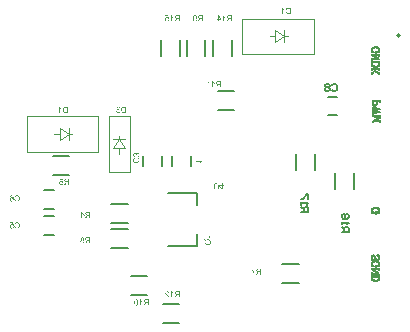
<source format=gbo>
G04*
G04 #@! TF.GenerationSoftware,Altium Limited,Altium Designer,22.5.1 (42)*
G04*
G04 Layer_Color=32896*
%FSLAX25Y25*%
%MOIN*%
G70*
G04*
G04 #@! TF.SameCoordinates,55109760-4B7D-4162-96C6-5D1F9AFAF14A*
G04*
G04*
G04 #@! TF.FilePolarity,Positive*
G04*
G01*
G75*
%ADD10C,0.00787*%
%ADD14C,0.00500*%
%ADD15C,0.00591*%
%ADD71C,0.00197*%
%ADD72C,0.00394*%
%ADD73C,0.00800*%
%ADD74C,0.00630*%
G36*
X69203Y56925D02*
X70507D01*
Y56724D01*
X69203Y55802D01*
X68976D01*
Y56678D01*
X68493D01*
Y56925D01*
X68976D01*
Y57198D01*
X69203D01*
Y56925D01*
D02*
G37*
G36*
X7620Y35445D02*
X7387Y35413D01*
X7367Y35445D01*
X7341Y35471D01*
X7318Y35497D01*
X7294Y35517D01*
X7271Y35532D01*
X7254Y35547D01*
X7242Y35552D01*
X7239Y35555D01*
X7201Y35573D01*
X7163Y35587D01*
X7129Y35596D01*
X7094Y35605D01*
X7064Y35608D01*
X7041Y35611D01*
X6986D01*
X6951Y35605D01*
X6890Y35590D01*
X6837Y35570D01*
X6791Y35550D01*
X6756Y35526D01*
X6730Y35506D01*
X6715Y35491D01*
X6709Y35488D01*
Y35485D01*
X6669Y35436D01*
X6640Y35384D01*
X6619Y35328D01*
X6605Y35273D01*
X6596Y35227D01*
X6593Y35206D01*
Y35189D01*
X6590Y35174D01*
Y35162D01*
Y35157D01*
Y35154D01*
Y35113D01*
X6596Y35075D01*
X6611Y35002D01*
X6631Y34941D01*
X6651Y34892D01*
X6674Y34851D01*
X6695Y34819D01*
X6704Y34810D01*
X6709Y34802D01*
X6712Y34799D01*
X6715Y34796D01*
X6739Y34773D01*
X6762Y34752D01*
X6814Y34717D01*
X6864Y34694D01*
X6913Y34679D01*
X6954Y34668D01*
X6989Y34665D01*
X7000Y34662D01*
X7018D01*
X7073Y34665D01*
X7123Y34677D01*
X7166Y34691D01*
X7201Y34708D01*
X7233Y34726D01*
X7256Y34740D01*
X7268Y34752D01*
X7274Y34755D01*
X7309Y34796D01*
X7338Y34839D01*
X7361Y34889D01*
X7379Y34933D01*
X7390Y34976D01*
X7399Y35008D01*
X7402Y35023D01*
X7405Y35032D01*
Y35037D01*
Y35040D01*
X7664Y35020D01*
X7658Y34973D01*
X7649Y34930D01*
X7623Y34848D01*
X7591Y34778D01*
X7574Y34746D01*
X7556Y34720D01*
X7542Y34694D01*
X7524Y34671D01*
X7510Y34653D01*
X7495Y34639D01*
X7484Y34627D01*
X7478Y34615D01*
X7472Y34613D01*
X7469Y34609D01*
X7434Y34583D01*
X7399Y34560D01*
X7361Y34540D01*
X7323Y34522D01*
X7251Y34496D01*
X7178Y34479D01*
X7146Y34470D01*
X7114Y34467D01*
X7088Y34464D01*
X7064Y34461D01*
X7044Y34458D01*
X7018D01*
X6957Y34461D01*
X6899Y34470D01*
X6843Y34481D01*
X6794Y34496D01*
X6747Y34516D01*
X6704Y34537D01*
X6663Y34557D01*
X6628Y34580D01*
X6596Y34604D01*
X6567Y34624D01*
X6544Y34647D01*
X6523Y34665D01*
X6509Y34679D01*
X6497Y34691D01*
X6491Y34700D01*
X6488Y34703D01*
X6459Y34740D01*
X6436Y34781D01*
X6413Y34819D01*
X6395Y34860D01*
X6366Y34938D01*
X6349Y35014D01*
X6343Y35046D01*
X6337Y35078D01*
X6334Y35104D01*
X6331Y35127D01*
X6328Y35148D01*
Y35162D01*
Y35171D01*
Y35174D01*
X6331Y35227D01*
X6337Y35276D01*
X6346Y35325D01*
X6357Y35369D01*
X6372Y35410D01*
X6386Y35451D01*
X6404Y35485D01*
X6418Y35517D01*
X6436Y35547D01*
X6453Y35573D01*
X6468Y35593D01*
X6482Y35614D01*
X6494Y35628D01*
X6503Y35637D01*
X6509Y35643D01*
X6511Y35645D01*
X6547Y35677D01*
X6581Y35707D01*
X6619Y35730D01*
X6657Y35750D01*
X6695Y35771D01*
X6733Y35785D01*
X6803Y35805D01*
X6835Y35814D01*
X6864Y35820D01*
X6890Y35823D01*
X6913Y35826D01*
X6931Y35829D01*
X6995D01*
X7029Y35823D01*
X7099Y35809D01*
X7163Y35788D01*
X7222Y35765D01*
X7268Y35741D01*
X7288Y35730D01*
X7306Y35721D01*
X7321Y35712D01*
X7329Y35707D01*
X7335Y35704D01*
X7338Y35701D01*
X7230Y36245D01*
X6424D01*
Y36481D01*
X7425D01*
X7620Y35445D01*
D02*
G37*
G36*
X8819Y36536D02*
X8912Y36521D01*
X8994Y36504D01*
X9032Y36492D01*
X9066Y36481D01*
X9099Y36469D01*
X9128Y36457D01*
X9151Y36449D01*
X9174Y36440D01*
X9189Y36431D01*
X9200Y36425D01*
X9209Y36423D01*
X9212Y36420D01*
X9291Y36370D01*
X9358Y36312D01*
X9416Y36254D01*
X9465Y36195D01*
X9503Y36143D01*
X9518Y36120D01*
X9529Y36099D01*
X9541Y36085D01*
X9547Y36073D01*
X9550Y36064D01*
X9552Y36062D01*
X9593Y35971D01*
X9622Y35878D01*
X9643Y35785D01*
X9657Y35701D01*
X9663Y35663D01*
X9666Y35625D01*
X9669Y35596D01*
Y35567D01*
X9672Y35547D01*
Y35529D01*
Y35517D01*
Y35515D01*
X9666Y35410D01*
X9654Y35308D01*
X9640Y35218D01*
X9628Y35174D01*
X9619Y35136D01*
X9611Y35101D01*
X9599Y35069D01*
X9590Y35040D01*
X9584Y35017D01*
X9576Y34999D01*
X9573Y34985D01*
X9567Y34976D01*
Y34973D01*
X9523Y34886D01*
X9474Y34807D01*
X9421Y34740D01*
X9395Y34714D01*
X9372Y34688D01*
X9349Y34665D01*
X9325Y34644D01*
X9305Y34627D01*
X9288Y34615D01*
X9276Y34604D01*
X9264Y34595D01*
X9259Y34592D01*
X9256Y34589D01*
X9215Y34566D01*
X9174Y34545D01*
X9087Y34514D01*
X9000Y34490D01*
X8915Y34476D01*
X8874Y34470D01*
X8839Y34464D01*
X8807Y34461D01*
X8781D01*
X8758Y34458D01*
X8726D01*
X8668Y34461D01*
X8613Y34467D01*
X8560Y34473D01*
X8511Y34484D01*
X8464Y34499D01*
X8421Y34514D01*
X8380Y34528D01*
X8342Y34545D01*
X8310Y34560D01*
X8278Y34575D01*
X8255Y34589D01*
X8231Y34604D01*
X8217Y34615D01*
X8202Y34621D01*
X8196Y34627D01*
X8194Y34630D01*
X8153Y34665D01*
X8118Y34700D01*
X8086Y34740D01*
X8054Y34781D01*
X8002Y34863D01*
X7961Y34944D01*
X7943Y34982D01*
X7929Y35017D01*
X7917Y35049D01*
X7908Y35075D01*
X7900Y35098D01*
X7894Y35116D01*
X7891Y35127D01*
Y35130D01*
X8159Y35197D01*
X8170Y35151D01*
X8185Y35107D01*
X8199Y35066D01*
X8214Y35029D01*
X8231Y34994D01*
X8249Y34965D01*
X8269Y34936D01*
X8287Y34909D01*
X8301Y34886D01*
X8319Y34868D01*
X8333Y34851D01*
X8345Y34837D01*
X8356Y34828D01*
X8365Y34819D01*
X8368Y34816D01*
X8371Y34813D01*
X8400Y34790D01*
X8432Y34773D01*
X8496Y34740D01*
X8557Y34717D01*
X8618Y34703D01*
X8671Y34691D01*
X8691Y34688D01*
X8711D01*
X8729Y34685D01*
X8749D01*
X8816Y34688D01*
X8880Y34700D01*
X8939Y34714D01*
X8991Y34732D01*
X9032Y34749D01*
X9049Y34758D01*
X9064Y34764D01*
X9075Y34770D01*
X9084Y34775D01*
X9090Y34778D01*
X9093D01*
X9148Y34819D01*
X9195Y34863D01*
X9235Y34912D01*
X9267Y34959D01*
X9294Y34999D01*
X9311Y35034D01*
X9317Y35049D01*
X9323Y35058D01*
X9325Y35063D01*
Y35066D01*
X9349Y35142D01*
X9366Y35218D01*
X9381Y35293D01*
X9390Y35363D01*
X9392Y35395D01*
X9395Y35424D01*
Y35451D01*
X9398Y35471D01*
Y35488D01*
Y35503D01*
Y35512D01*
Y35515D01*
X9395Y35590D01*
X9390Y35660D01*
X9378Y35724D01*
X9366Y35782D01*
X9358Y35832D01*
X9352Y35852D01*
X9346Y35870D01*
X9343Y35884D01*
X9340Y35893D01*
X9337Y35899D01*
Y35902D01*
X9308Y35969D01*
X9276Y36030D01*
X9241Y36079D01*
X9203Y36123D01*
X9171Y36158D01*
X9145Y36181D01*
X9125Y36195D01*
X9122Y36201D01*
X9119D01*
X9058Y36239D01*
X8991Y36268D01*
X8927Y36289D01*
X8866Y36300D01*
X8810Y36309D01*
X8787Y36312D01*
X8767D01*
X8752Y36315D01*
X8729D01*
X8656Y36312D01*
X8589Y36300D01*
X8534Y36283D01*
X8484Y36265D01*
X8447Y36245D01*
X8418Y36230D01*
X8400Y36219D01*
X8394Y36213D01*
X8348Y36169D01*
X8304Y36120D01*
X8269Y36068D01*
X8240Y36015D01*
X8217Y35969D01*
X8208Y35945D01*
X8202Y35928D01*
X8196Y35913D01*
X8191Y35902D01*
X8188Y35896D01*
Y35893D01*
X7926Y35954D01*
X7943Y36006D01*
X7961Y36053D01*
X7984Y36097D01*
X8004Y36140D01*
X8028Y36178D01*
X8054Y36213D01*
X8077Y36248D01*
X8100Y36277D01*
X8124Y36300D01*
X8144Y36323D01*
X8164Y36344D01*
X8179Y36358D01*
X8194Y36373D01*
X8205Y36382D01*
X8211Y36385D01*
X8214Y36388D01*
X8255Y36414D01*
X8295Y36440D01*
X8336Y36460D01*
X8380Y36478D01*
X8467Y36504D01*
X8546Y36521D01*
X8584Y36530D01*
X8615Y36533D01*
X8647Y36536D01*
X8674Y36539D01*
X8694Y36542D01*
X8723D01*
X8819Y36536D01*
D02*
G37*
G36*
X48157Y59662D02*
X48221Y59650D01*
X48276Y59632D01*
X48322Y59615D01*
X48360Y59598D01*
X48389Y59580D01*
X48407Y59569D01*
X48413Y59566D01*
X48456Y59525D01*
X48494Y59481D01*
X48523Y59435D01*
X48547Y59388D01*
X48564Y59347D01*
X48576Y59315D01*
X48579Y59304D01*
X48581Y59295D01*
X48584Y59289D01*
Y59286D01*
X48611Y59336D01*
X48637Y59376D01*
X48666Y59411D01*
X48692Y59440D01*
X48715Y59464D01*
X48736Y59481D01*
X48747Y59490D01*
X48753Y59493D01*
X48794Y59516D01*
X48835Y59534D01*
X48875Y59548D01*
X48913Y59557D01*
X48945Y59563D01*
X48968Y59566D01*
X48986D01*
X48992D01*
X49041Y59563D01*
X49091Y59554D01*
X49134Y59542D01*
X49172Y59528D01*
X49204Y59513D01*
X49230Y59502D01*
X49245Y59493D01*
X49251Y59490D01*
X49294Y59461D01*
X49332Y59426D01*
X49364Y59391D01*
X49393Y59356D01*
X49414Y59327D01*
X49431Y59301D01*
X49440Y59283D01*
X49443Y59280D01*
Y59277D01*
X49466Y59225D01*
X49484Y59173D01*
X49498Y59120D01*
X49507Y59074D01*
X49513Y59036D01*
X49516Y59004D01*
Y58931D01*
X49510Y58890D01*
X49495Y58812D01*
X49472Y58745D01*
X49449Y58687D01*
X49434Y58661D01*
X49422Y58640D01*
X49411Y58620D01*
X49399Y58605D01*
X49391Y58594D01*
X49385Y58585D01*
X49382Y58579D01*
X49379Y58576D01*
X49323Y58521D01*
X49262Y58477D01*
X49198Y58442D01*
X49134Y58413D01*
X49079Y58396D01*
X49056Y58387D01*
X49035Y58381D01*
X49018Y58378D01*
X49006Y58375D01*
X48998Y58372D01*
X48995D01*
X48951Y58620D01*
X49015Y58631D01*
X49070Y58649D01*
X49117Y58669D01*
X49155Y58690D01*
X49184Y58710D01*
X49204Y58728D01*
X49219Y58739D01*
X49222Y58742D01*
X49251Y58780D01*
X49274Y58821D01*
X49289Y58859D01*
X49300Y58896D01*
X49306Y58931D01*
X49312Y58957D01*
Y58981D01*
X49309Y59033D01*
X49297Y59080D01*
X49283Y59120D01*
X49268Y59155D01*
X49251Y59181D01*
X49236Y59202D01*
X49225Y59216D01*
X49222Y59219D01*
X49187Y59251D01*
X49149Y59275D01*
X49111Y59289D01*
X49076Y59301D01*
X49044Y59307D01*
X49021Y59312D01*
X49003D01*
X49000D01*
X48998D01*
X48966D01*
X48937Y59307D01*
X48887Y59292D01*
X48843Y59272D01*
X48805Y59248D01*
X48779Y59225D01*
X48759Y59205D01*
X48747Y59190D01*
X48744Y59187D01*
Y59184D01*
X48718Y59135D01*
X48698Y59088D01*
X48683Y59039D01*
X48675Y58995D01*
X48669Y58957D01*
X48663Y58925D01*
Y58887D01*
X48666Y58876D01*
Y58861D01*
X48448Y58832D01*
X48456Y58870D01*
X48462Y58905D01*
X48468Y58934D01*
X48471Y58960D01*
X48474Y58981D01*
Y59007D01*
X48468Y59068D01*
X48456Y59123D01*
X48439Y59173D01*
X48419Y59214D01*
X48398Y59246D01*
X48381Y59269D01*
X48369Y59283D01*
X48363Y59289D01*
X48320Y59327D01*
X48273Y59356D01*
X48226Y59376D01*
X48180Y59388D01*
X48142Y59397D01*
X48110Y59400D01*
X48098Y59403D01*
X48090D01*
X48084D01*
X48081D01*
X48017Y59397D01*
X47959Y59382D01*
X47909Y59365D01*
X47866Y59342D01*
X47831Y59318D01*
X47804Y59301D01*
X47787Y59286D01*
X47781Y59280D01*
X47741Y59234D01*
X47711Y59184D01*
X47691Y59135D01*
X47677Y59088D01*
X47668Y59048D01*
X47665Y59016D01*
X47662Y59004D01*
Y58987D01*
X47665Y58934D01*
X47677Y58885D01*
X47691Y58841D01*
X47708Y58806D01*
X47723Y58777D01*
X47738Y58754D01*
X47749Y58742D01*
X47752Y58736D01*
X47793Y58701D01*
X47839Y58672D01*
X47889Y58646D01*
X47941Y58626D01*
X47985Y58611D01*
X48005Y58605D01*
X48023Y58602D01*
X48037Y58600D01*
X48049Y58597D01*
X48055Y58594D01*
X48058D01*
X48026Y58346D01*
X47979Y58352D01*
X47936Y58361D01*
X47854Y58387D01*
X47784Y58419D01*
X47755Y58437D01*
X47726Y58454D01*
X47700Y58471D01*
X47679Y58489D01*
X47659Y58503D01*
X47644Y58518D01*
X47633Y58527D01*
X47624Y58535D01*
X47618Y58541D01*
X47615Y58544D01*
X47589Y58579D01*
X47563Y58614D01*
X47543Y58649D01*
X47525Y58687D01*
X47496Y58759D01*
X47479Y58829D01*
X47473Y58861D01*
X47467Y58890D01*
X47464Y58917D01*
X47461Y58940D01*
X47458Y58957D01*
Y58984D01*
X47461Y59039D01*
X47467Y59088D01*
X47476Y59138D01*
X47487Y59184D01*
X47502Y59228D01*
X47516Y59266D01*
X47534Y59304D01*
X47551Y59336D01*
X47566Y59368D01*
X47583Y59394D01*
X47598Y59417D01*
X47613Y59435D01*
X47624Y59449D01*
X47633Y59461D01*
X47639Y59467D01*
X47642Y59470D01*
X47677Y59504D01*
X47714Y59534D01*
X47752Y59560D01*
X47790Y59583D01*
X47825Y59601D01*
X47863Y59618D01*
X47932Y59641D01*
X47965Y59647D01*
X47994Y59653D01*
X48020Y59659D01*
X48043Y59662D01*
X48061Y59664D01*
X48075D01*
X48084D01*
X48087D01*
X48157Y59662D01*
D02*
G37*
G36*
X48197Y57849D02*
X48151Y57837D01*
X48107Y57823D01*
X48066Y57808D01*
X48029Y57793D01*
X47994Y57776D01*
X47965Y57758D01*
X47936Y57738D01*
X47909Y57721D01*
X47886Y57706D01*
X47868Y57689D01*
X47851Y57674D01*
X47837Y57662D01*
X47828Y57651D01*
X47819Y57642D01*
X47816Y57639D01*
X47813Y57636D01*
X47790Y57607D01*
X47772Y57575D01*
X47741Y57511D01*
X47717Y57450D01*
X47703Y57389D01*
X47691Y57336D01*
X47688Y57316D01*
Y57296D01*
X47685Y57278D01*
Y57258D01*
X47688Y57191D01*
X47700Y57127D01*
X47714Y57069D01*
X47732Y57016D01*
X47749Y56976D01*
X47758Y56958D01*
X47764Y56944D01*
X47770Y56932D01*
X47775Y56923D01*
X47778Y56918D01*
Y56915D01*
X47819Y56859D01*
X47863Y56813D01*
X47912Y56772D01*
X47959Y56740D01*
X48000Y56714D01*
X48034Y56696D01*
X48049Y56691D01*
X48058Y56685D01*
X48063Y56682D01*
X48066D01*
X48142Y56659D01*
X48218Y56641D01*
X48293Y56626D01*
X48363Y56618D01*
X48395Y56615D01*
X48424Y56612D01*
X48450D01*
X48471Y56609D01*
X48488D01*
X48503D01*
X48512D01*
X48515D01*
X48590Y56612D01*
X48660Y56618D01*
X48724Y56629D01*
X48782Y56641D01*
X48832Y56650D01*
X48852Y56656D01*
X48870Y56661D01*
X48884Y56664D01*
X48893Y56667D01*
X48899Y56670D01*
X48902D01*
X48968Y56699D01*
X49030Y56731D01*
X49079Y56766D01*
X49123Y56804D01*
X49158Y56836D01*
X49181Y56862D01*
X49196Y56883D01*
X49201Y56885D01*
Y56888D01*
X49239Y56950D01*
X49268Y57016D01*
X49289Y57080D01*
X49300Y57142D01*
X49309Y57197D01*
X49312Y57220D01*
Y57240D01*
X49315Y57255D01*
Y57278D01*
X49312Y57351D01*
X49300Y57418D01*
X49283Y57473D01*
X49265Y57523D01*
X49245Y57561D01*
X49230Y57590D01*
X49219Y57607D01*
X49213Y57613D01*
X49169Y57660D01*
X49120Y57703D01*
X49068Y57738D01*
X49015Y57767D01*
X48968Y57790D01*
X48945Y57799D01*
X48928Y57805D01*
X48913Y57811D01*
X48902Y57817D01*
X48896Y57820D01*
X48893D01*
X48954Y58082D01*
X49006Y58064D01*
X49053Y58047D01*
X49097Y58023D01*
X49140Y58003D01*
X49178Y57980D01*
X49213Y57953D01*
X49248Y57930D01*
X49277Y57907D01*
X49300Y57884D01*
X49323Y57863D01*
X49344Y57843D01*
X49358Y57828D01*
X49373Y57814D01*
X49382Y57802D01*
X49385Y57796D01*
X49387Y57793D01*
X49414Y57753D01*
X49440Y57712D01*
X49460Y57671D01*
X49478Y57627D01*
X49504Y57540D01*
X49521Y57462D01*
X49530Y57424D01*
X49533Y57392D01*
X49536Y57360D01*
X49539Y57334D01*
X49542Y57313D01*
Y57284D01*
X49536Y57188D01*
X49521Y57095D01*
X49504Y57013D01*
X49492Y56976D01*
X49481Y56941D01*
X49469Y56909D01*
X49457Y56880D01*
X49449Y56856D01*
X49440Y56833D01*
X49431Y56818D01*
X49425Y56807D01*
X49422Y56798D01*
X49420Y56795D01*
X49370Y56717D01*
X49312Y56650D01*
X49254Y56592D01*
X49196Y56542D01*
X49143Y56504D01*
X49120Y56490D01*
X49099Y56478D01*
X49085Y56466D01*
X49073Y56461D01*
X49064Y56458D01*
X49062Y56455D01*
X48971Y56414D01*
X48878Y56385D01*
X48785Y56365D01*
X48701Y56350D01*
X48663Y56344D01*
X48625Y56341D01*
X48596Y56338D01*
X48567D01*
X48547Y56336D01*
X48529D01*
X48518D01*
X48515D01*
X48410Y56341D01*
X48308Y56353D01*
X48218Y56367D01*
X48174Y56379D01*
X48136Y56388D01*
X48101Y56397D01*
X48069Y56408D01*
X48040Y56417D01*
X48017Y56423D01*
X48000Y56432D01*
X47985Y56434D01*
X47976Y56440D01*
X47973D01*
X47886Y56484D01*
X47807Y56533D01*
X47741Y56586D01*
X47714Y56612D01*
X47688Y56635D01*
X47665Y56659D01*
X47644Y56682D01*
X47627Y56702D01*
X47615Y56720D01*
X47604Y56731D01*
X47595Y56743D01*
X47592Y56749D01*
X47589Y56752D01*
X47566Y56792D01*
X47545Y56833D01*
X47513Y56920D01*
X47490Y57008D01*
X47476Y57092D01*
X47470Y57133D01*
X47464Y57168D01*
X47461Y57200D01*
Y57226D01*
X47458Y57249D01*
Y57281D01*
X47461Y57339D01*
X47467Y57395D01*
X47473Y57447D01*
X47484Y57497D01*
X47499Y57543D01*
X47513Y57587D01*
X47528Y57627D01*
X47545Y57665D01*
X47560Y57697D01*
X47575Y57729D01*
X47589Y57753D01*
X47604Y57776D01*
X47615Y57790D01*
X47621Y57805D01*
X47627Y57811D01*
X47630Y57814D01*
X47665Y57854D01*
X47700Y57889D01*
X47741Y57921D01*
X47781Y57953D01*
X47863Y58006D01*
X47944Y58047D01*
X47982Y58064D01*
X48017Y58079D01*
X48049Y58090D01*
X48075Y58099D01*
X48098Y58108D01*
X48116Y58113D01*
X48127Y58116D01*
X48130D01*
X48197Y57849D01*
D02*
G37*
G36*
X7002Y45513D02*
X7057Y45507D01*
X7109Y45495D01*
X7159Y45481D01*
X7203Y45460D01*
X7246Y45443D01*
X7284Y45420D01*
X7319Y45399D01*
X7348Y45379D01*
X7377Y45355D01*
X7401Y45338D01*
X7418Y45321D01*
X7433Y45303D01*
X7444Y45292D01*
X7450Y45286D01*
X7453Y45283D01*
X7491Y45230D01*
X7523Y45169D01*
X7552Y45105D01*
X7578Y45038D01*
X7598Y44969D01*
X7616Y44899D01*
X7630Y44826D01*
X7642Y44759D01*
X7651Y44692D01*
X7657Y44631D01*
X7662Y44576D01*
X7665Y44529D01*
Y44488D01*
X7668Y44459D01*
Y44448D01*
Y44439D01*
Y44436D01*
Y44433D01*
X7665Y44340D01*
X7660Y44253D01*
X7651Y44171D01*
X7636Y44096D01*
X7622Y44029D01*
X7607Y43968D01*
X7590Y43912D01*
X7569Y43863D01*
X7552Y43822D01*
X7534Y43784D01*
X7520Y43755D01*
X7502Y43729D01*
X7491Y43709D01*
X7482Y43697D01*
X7476Y43688D01*
X7473Y43685D01*
X7435Y43644D01*
X7395Y43609D01*
X7354Y43580D01*
X7313Y43554D01*
X7270Y43531D01*
X7229Y43514D01*
X7188Y43499D01*
X7147Y43487D01*
X7112Y43479D01*
X7078Y43470D01*
X7048Y43464D01*
X7022Y43461D01*
X6999D01*
X6984Y43458D01*
X6970D01*
X6903Y43461D01*
X6842Y43473D01*
X6786Y43484D01*
X6737Y43502D01*
X6699Y43516D01*
X6670Y43531D01*
X6658Y43534D01*
X6650Y43540D01*
X6647Y43543D01*
X6644D01*
X6594Y43578D01*
X6548Y43618D01*
X6510Y43659D01*
X6478Y43700D01*
X6452Y43738D01*
X6434Y43767D01*
X6429Y43778D01*
X6423Y43787D01*
X6420Y43790D01*
Y43793D01*
X6391Y43854D01*
X6370Y43918D01*
X6356Y43976D01*
X6347Y44032D01*
X6338Y44078D01*
Y44096D01*
X6335Y44113D01*
Y44128D01*
Y44136D01*
Y44142D01*
Y44145D01*
X6338Y44197D01*
X6344Y44247D01*
X6353Y44296D01*
X6362Y44340D01*
X6376Y44381D01*
X6391Y44421D01*
X6405Y44456D01*
X6423Y44488D01*
X6440Y44517D01*
X6455Y44544D01*
X6469Y44564D01*
X6484Y44584D01*
X6493Y44599D01*
X6501Y44608D01*
X6507Y44614D01*
X6510Y44616D01*
X6542Y44648D01*
X6577Y44677D01*
X6615Y44701D01*
X6650Y44721D01*
X6685Y44741D01*
X6720Y44756D01*
X6786Y44776D01*
X6816Y44785D01*
X6845Y44791D01*
X6868Y44794D01*
X6891Y44797D01*
X6909Y44800D01*
X6932D01*
X6984Y44797D01*
X7034Y44788D01*
X7080Y44779D01*
X7121Y44768D01*
X7156Y44753D01*
X7182Y44744D01*
X7200Y44736D01*
X7203Y44733D01*
X7206D01*
X7252Y44704D01*
X7293Y44672D01*
X7331Y44640D01*
X7360Y44605D01*
X7386Y44576D01*
X7406Y44552D01*
X7418Y44535D01*
X7421Y44532D01*
Y44584D01*
X7418Y44637D01*
X7415Y44683D01*
X7409Y44730D01*
X7406Y44771D01*
X7401Y44809D01*
X7395Y44843D01*
X7386Y44875D01*
X7380Y44905D01*
X7374Y44928D01*
X7368Y44948D01*
X7366Y44966D01*
X7360Y44977D01*
X7357Y44986D01*
X7354Y44992D01*
Y44995D01*
X7325Y45053D01*
X7296Y45105D01*
X7264Y45146D01*
X7235Y45181D01*
X7209Y45210D01*
X7188Y45230D01*
X7174Y45242D01*
X7168Y45245D01*
X7133Y45268D01*
X7098Y45283D01*
X7063Y45294D01*
X7028Y45303D01*
X7002Y45309D01*
X6979Y45312D01*
X6958D01*
X6906Y45306D01*
X6856Y45294D01*
X6816Y45277D01*
X6778Y45259D01*
X6749Y45239D01*
X6728Y45222D01*
X6717Y45210D01*
X6711Y45204D01*
X6690Y45178D01*
X6670Y45146D01*
X6653Y45111D01*
X6641Y45076D01*
X6629Y45044D01*
X6621Y45018D01*
X6618Y45000D01*
X6615Y44998D01*
Y44995D01*
X6368Y45015D01*
X6385Y45097D01*
X6411Y45169D01*
X6440Y45233D01*
X6472Y45286D01*
X6504Y45326D01*
X6516Y45344D01*
X6531Y45358D01*
X6539Y45367D01*
X6548Y45376D01*
X6551Y45379D01*
X6554Y45382D01*
X6583Y45405D01*
X6615Y45425D01*
X6679Y45460D01*
X6743Y45484D01*
X6804Y45498D01*
X6859Y45510D01*
X6883Y45513D01*
X6903D01*
X6920Y45516D01*
X6944D01*
X7002Y45513D01*
D02*
G37*
G36*
X8812Y45536D02*
X8905Y45521D01*
X8986Y45504D01*
X9024Y45492D01*
X9059Y45481D01*
X9091Y45469D01*
X9120Y45457D01*
X9144Y45449D01*
X9167Y45440D01*
X9182Y45431D01*
X9193Y45425D01*
X9202Y45423D01*
X9205Y45420D01*
X9283Y45370D01*
X9350Y45312D01*
X9408Y45254D01*
X9458Y45195D01*
X9496Y45143D01*
X9510Y45120D01*
X9522Y45099D01*
X9534Y45085D01*
X9539Y45073D01*
X9542Y45064D01*
X9545Y45062D01*
X9586Y44971D01*
X9615Y44878D01*
X9635Y44785D01*
X9650Y44701D01*
X9656Y44663D01*
X9659Y44625D01*
X9662Y44596D01*
Y44567D01*
X9664Y44547D01*
Y44529D01*
Y44517D01*
Y44515D01*
X9659Y44410D01*
X9647Y44308D01*
X9633Y44218D01*
X9621Y44174D01*
X9612Y44136D01*
X9603Y44101D01*
X9592Y44069D01*
X9583Y44040D01*
X9577Y44017D01*
X9568Y43999D01*
X9566Y43985D01*
X9560Y43976D01*
Y43973D01*
X9516Y43886D01*
X9467Y43807D01*
X9414Y43740D01*
X9388Y43714D01*
X9365Y43688D01*
X9341Y43665D01*
X9318Y43644D01*
X9298Y43627D01*
X9280Y43615D01*
X9269Y43604D01*
X9257Y43595D01*
X9251Y43592D01*
X9248Y43589D01*
X9208Y43566D01*
X9167Y43545D01*
X9080Y43514D01*
X8992Y43490D01*
X8908Y43476D01*
X8867Y43470D01*
X8832Y43464D01*
X8800Y43461D01*
X8774D01*
X8751Y43458D01*
X8719D01*
X8661Y43461D01*
X8605Y43467D01*
X8553Y43473D01*
X8503Y43484D01*
X8457Y43499D01*
X8413Y43514D01*
X8372Y43528D01*
X8335Y43545D01*
X8303Y43560D01*
X8271Y43575D01*
X8247Y43589D01*
X8224Y43604D01*
X8209Y43615D01*
X8195Y43621D01*
X8189Y43627D01*
X8186Y43630D01*
X8145Y43665D01*
X8111Y43700D01*
X8079Y43740D01*
X8047Y43781D01*
X7994Y43863D01*
X7953Y43944D01*
X7936Y43982D01*
X7921Y44017D01*
X7910Y44049D01*
X7901Y44075D01*
X7892Y44098D01*
X7886Y44116D01*
X7884Y44128D01*
Y44130D01*
X8151Y44197D01*
X8163Y44151D01*
X8178Y44107D01*
X8192Y44066D01*
X8207Y44029D01*
X8224Y43994D01*
X8241Y43965D01*
X8262Y43935D01*
X8279Y43909D01*
X8294Y43886D01*
X8311Y43868D01*
X8326Y43851D01*
X8338Y43837D01*
X8349Y43828D01*
X8358Y43819D01*
X8361Y43816D01*
X8364Y43813D01*
X8393Y43790D01*
X8425Y43773D01*
X8489Y43740D01*
X8550Y43717D01*
X8611Y43703D01*
X8664Y43691D01*
X8684Y43688D01*
X8704D01*
X8722Y43685D01*
X8742D01*
X8809Y43688D01*
X8873Y43700D01*
X8931Y43714D01*
X8984Y43732D01*
X9024Y43749D01*
X9042Y43758D01*
X9056Y43764D01*
X9068Y43770D01*
X9077Y43775D01*
X9082Y43778D01*
X9085D01*
X9141Y43819D01*
X9187Y43863D01*
X9228Y43912D01*
X9260Y43959D01*
X9286Y43999D01*
X9304Y44034D01*
X9309Y44049D01*
X9315Y44058D01*
X9318Y44063D01*
Y44066D01*
X9341Y44142D01*
X9359Y44218D01*
X9374Y44293D01*
X9382Y44363D01*
X9385Y44395D01*
X9388Y44424D01*
Y44451D01*
X9391Y44471D01*
Y44488D01*
Y44503D01*
Y44512D01*
Y44515D01*
X9388Y44590D01*
X9382Y44660D01*
X9371Y44724D01*
X9359Y44782D01*
X9350Y44832D01*
X9344Y44852D01*
X9339Y44870D01*
X9336Y44884D01*
X9333Y44893D01*
X9330Y44899D01*
Y44902D01*
X9301Y44969D01*
X9269Y45030D01*
X9234Y45079D01*
X9196Y45123D01*
X9164Y45158D01*
X9138Y45181D01*
X9117Y45195D01*
X9115Y45201D01*
X9112D01*
X9050Y45239D01*
X8984Y45268D01*
X8920Y45289D01*
X8858Y45300D01*
X8803Y45309D01*
X8780Y45312D01*
X8760D01*
X8745Y45315D01*
X8722D01*
X8649Y45312D01*
X8582Y45300D01*
X8527Y45283D01*
X8477Y45265D01*
X8439Y45245D01*
X8410Y45230D01*
X8393Y45219D01*
X8387Y45213D01*
X8341Y45169D01*
X8297Y45120D01*
X8262Y45068D01*
X8233Y45015D01*
X8209Y44969D01*
X8201Y44945D01*
X8195Y44928D01*
X8189Y44913D01*
X8183Y44902D01*
X8180Y44896D01*
Y44893D01*
X7919Y44954D01*
X7936Y45006D01*
X7953Y45053D01*
X7977Y45097D01*
X7997Y45140D01*
X8020Y45178D01*
X8047Y45213D01*
X8070Y45248D01*
X8093Y45277D01*
X8116Y45300D01*
X8137Y45324D01*
X8157Y45344D01*
X8172Y45358D01*
X8186Y45373D01*
X8198Y45382D01*
X8204Y45385D01*
X8207Y45388D01*
X8247Y45414D01*
X8288Y45440D01*
X8329Y45460D01*
X8372Y45478D01*
X8460Y45504D01*
X8538Y45521D01*
X8576Y45530D01*
X8608Y45533D01*
X8640Y45536D01*
X8666Y45539D01*
X8687Y45542D01*
X8716D01*
X8812Y45536D01*
D02*
G37*
G36*
X97259Y107962D02*
X97291Y107915D01*
X97329Y107869D01*
X97364Y107828D01*
X97399Y107793D01*
X97425Y107764D01*
X97436Y107755D01*
X97445Y107746D01*
X97448Y107744D01*
X97451Y107741D01*
X97512Y107691D01*
X97573Y107645D01*
X97631Y107604D01*
X97690Y107572D01*
X97739Y107543D01*
X97759Y107531D01*
X97777Y107522D01*
X97791Y107514D01*
X97803Y107511D01*
X97809Y107505D01*
X97812D01*
Y107266D01*
X97768Y107284D01*
X97724Y107304D01*
X97681Y107325D01*
X97640Y107345D01*
X97605Y107362D01*
X97576Y107377D01*
X97559Y107388D01*
X97556Y107391D01*
X97553D01*
X97500Y107423D01*
X97454Y107455D01*
X97413Y107484D01*
X97381Y107511D01*
X97352Y107531D01*
X97334Y107548D01*
X97320Y107560D01*
X97317Y107563D01*
Y105989D01*
X97070D01*
Y108011D01*
X97230D01*
X97259Y107962D01*
D02*
G37*
G36*
X99930Y105989D02*
X99206D01*
X99139Y105992D01*
X99078Y105995D01*
X99022Y106000D01*
X98976Y106006D01*
X98935Y106012D01*
X98906Y106015D01*
X98897Y106018D01*
X98888Y106021D01*
X98883D01*
X98830Y106035D01*
X98784Y106053D01*
X98743Y106067D01*
X98708Y106085D01*
X98679Y106099D01*
X98659Y106111D01*
X98647Y106120D01*
X98641Y106123D01*
X98603Y106149D01*
X98571Y106181D01*
X98539Y106210D01*
X98513Y106239D01*
X98490Y106265D01*
X98472Y106286D01*
X98461Y106300D01*
X98458Y106306D01*
X98429Y106352D01*
X98400Y106402D01*
X98376Y106449D01*
X98359Y106495D01*
X98341Y106536D01*
X98330Y106568D01*
X98327Y106579D01*
X98324Y106588D01*
X98321Y106594D01*
Y106597D01*
X98304Y106667D01*
X98289Y106737D01*
X98280Y106804D01*
X98272Y106868D01*
X98269Y106923D01*
Y106946D01*
X98266Y106966D01*
Y106981D01*
Y106996D01*
Y107001D01*
Y107004D01*
X98269Y107103D01*
X98277Y107194D01*
X98292Y107275D01*
X98298Y107313D01*
X98307Y107345D01*
X98315Y107377D01*
X98321Y107403D01*
X98327Y107426D01*
X98336Y107447D01*
X98339Y107464D01*
X98344Y107476D01*
X98347Y107482D01*
Y107484D01*
X98379Y107560D01*
X98417Y107627D01*
X98458Y107685D01*
X98496Y107735D01*
X98531Y107775D01*
X98560Y107805D01*
X98571Y107813D01*
X98580Y107822D01*
X98583Y107825D01*
X98586Y107828D01*
X98632Y107866D01*
X98682Y107895D01*
X98731Y107921D01*
X98778Y107941D01*
X98819Y107956D01*
X98851Y107965D01*
X98862Y107970D01*
X98871D01*
X98877Y107973D01*
X98880D01*
X98929Y107982D01*
X98987Y107991D01*
X99046Y107997D01*
X99104Y108000D01*
X99156Y108002D01*
X99930D01*
Y105989D01*
D02*
G37*
G36*
X42649Y75023D02*
X42727Y75008D01*
X42794Y74985D01*
X42853Y74962D01*
X42879Y74947D01*
X42899Y74936D01*
X42919Y74924D01*
X42934Y74912D01*
X42946Y74904D01*
X42954Y74898D01*
X42960Y74895D01*
X42963Y74892D01*
X43018Y74837D01*
X43062Y74775D01*
X43097Y74712D01*
X43126Y74647D01*
X43143Y74592D01*
X43152Y74569D01*
X43158Y74549D01*
X43161Y74531D01*
X43164Y74519D01*
X43167Y74511D01*
Y74508D01*
X42919Y74464D01*
X42908Y74528D01*
X42890Y74584D01*
X42870Y74630D01*
X42850Y74668D01*
X42829Y74697D01*
X42812Y74717D01*
X42800Y74732D01*
X42797Y74735D01*
X42759Y74764D01*
X42719Y74787D01*
X42681Y74802D01*
X42643Y74813D01*
X42608Y74819D01*
X42582Y74825D01*
X42559D01*
X42506Y74822D01*
X42460Y74810D01*
X42419Y74796D01*
X42384Y74781D01*
X42358Y74764D01*
X42338Y74749D01*
X42323Y74738D01*
X42320Y74735D01*
X42288Y74700D01*
X42265Y74662D01*
X42250Y74624D01*
X42239Y74589D01*
X42233Y74557D01*
X42227Y74534D01*
Y74516D01*
Y74514D01*
Y74511D01*
Y74479D01*
X42233Y74450D01*
X42247Y74400D01*
X42268Y74357D01*
X42291Y74319D01*
X42314Y74292D01*
X42334Y74272D01*
X42349Y74260D01*
X42352Y74257D01*
X42355D01*
X42404Y74231D01*
X42451Y74211D01*
X42500Y74196D01*
X42544Y74188D01*
X42582Y74182D01*
X42614Y74176D01*
X42652D01*
X42663Y74179D01*
X42678D01*
X42707Y73961D01*
X42669Y73969D01*
X42634Y73975D01*
X42605Y73981D01*
X42579Y73984D01*
X42559Y73987D01*
X42532D01*
X42471Y73981D01*
X42416Y73969D01*
X42367Y73952D01*
X42326Y73932D01*
X42294Y73911D01*
X42270Y73894D01*
X42256Y73882D01*
X42250Y73876D01*
X42212Y73833D01*
X42183Y73786D01*
X42163Y73740D01*
X42151Y73693D01*
X42143Y73655D01*
X42140Y73623D01*
X42137Y73611D01*
Y73603D01*
Y73597D01*
Y73594D01*
X42143Y73530D01*
X42157Y73472D01*
X42175Y73422D01*
X42198Y73379D01*
X42221Y73344D01*
X42239Y73318D01*
X42253Y73300D01*
X42259Y73294D01*
X42305Y73254D01*
X42355Y73225D01*
X42404Y73204D01*
X42451Y73190D01*
X42492Y73181D01*
X42524Y73178D01*
X42535Y73175D01*
X42553D01*
X42605Y73178D01*
X42655Y73190D01*
X42698Y73204D01*
X42733Y73222D01*
X42762Y73236D01*
X42786Y73251D01*
X42797Y73262D01*
X42803Y73265D01*
X42838Y73306D01*
X42867Y73352D01*
X42893Y73402D01*
X42914Y73454D01*
X42928Y73498D01*
X42934Y73518D01*
X42937Y73536D01*
X42940Y73550D01*
X42943Y73562D01*
X42946Y73568D01*
Y73571D01*
X43193Y73539D01*
X43187Y73492D01*
X43178Y73449D01*
X43152Y73367D01*
X43120Y73297D01*
X43103Y73268D01*
X43085Y73239D01*
X43068Y73213D01*
X43050Y73193D01*
X43036Y73172D01*
X43021Y73158D01*
X43013Y73146D01*
X43004Y73137D01*
X42998Y73131D01*
X42995Y73128D01*
X42960Y73102D01*
X42925Y73076D01*
X42890Y73056D01*
X42853Y73038D01*
X42780Y73009D01*
X42710Y72992D01*
X42678Y72986D01*
X42649Y72980D01*
X42623Y72977D01*
X42599Y72974D01*
X42582Y72971D01*
X42556D01*
X42500Y72974D01*
X42451Y72980D01*
X42401Y72989D01*
X42355Y73000D01*
X42311Y73015D01*
X42273Y73030D01*
X42236Y73047D01*
X42204Y73064D01*
X42172Y73079D01*
X42145Y73097D01*
X42122Y73111D01*
X42105Y73125D01*
X42090Y73137D01*
X42079Y73146D01*
X42073Y73152D01*
X42070Y73155D01*
X42035Y73190D01*
X42006Y73227D01*
X41980Y73265D01*
X41956Y73303D01*
X41939Y73338D01*
X41921Y73376D01*
X41898Y73446D01*
X41892Y73478D01*
X41886Y73507D01*
X41881Y73533D01*
X41878Y73556D01*
X41875Y73574D01*
Y73588D01*
Y73597D01*
Y73600D01*
X41878Y73670D01*
X41889Y73734D01*
X41907Y73789D01*
X41924Y73836D01*
X41942Y73873D01*
X41959Y73902D01*
X41971Y73920D01*
X41974Y73926D01*
X42014Y73969D01*
X42058Y74007D01*
X42105Y74036D01*
X42151Y74060D01*
X42192Y74077D01*
X42224Y74089D01*
X42236Y74092D01*
X42244Y74095D01*
X42250Y74098D01*
X42253D01*
X42204Y74124D01*
X42163Y74150D01*
X42128Y74179D01*
X42099Y74205D01*
X42075Y74228D01*
X42058Y74249D01*
X42049Y74260D01*
X42046Y74266D01*
X42023Y74307D01*
X42006Y74348D01*
X41991Y74388D01*
X41982Y74426D01*
X41977Y74458D01*
X41974Y74482D01*
Y74499D01*
Y74505D01*
X41977Y74554D01*
X41985Y74604D01*
X41997Y74647D01*
X42011Y74685D01*
X42026Y74717D01*
X42038Y74743D01*
X42046Y74758D01*
X42049Y74764D01*
X42079Y74808D01*
X42113Y74845D01*
X42148Y74877D01*
X42183Y74906D01*
X42212Y74927D01*
X42239Y74944D01*
X42256Y74953D01*
X42259Y74956D01*
X42262D01*
X42314Y74979D01*
X42367Y74997D01*
X42419Y75011D01*
X42465Y75020D01*
X42503Y75026D01*
X42535Y75029D01*
X42608D01*
X42649Y75023D01*
D02*
G37*
G36*
X45125Y73006D02*
X44401D01*
X44334Y73009D01*
X44273Y73012D01*
X44217Y73018D01*
X44171Y73024D01*
X44130Y73030D01*
X44101Y73032D01*
X44092Y73035D01*
X44083Y73038D01*
X44078D01*
X44025Y73053D01*
X43979Y73070D01*
X43938Y73085D01*
X43903Y73102D01*
X43874Y73117D01*
X43854Y73128D01*
X43842Y73137D01*
X43836Y73140D01*
X43798Y73166D01*
X43766Y73198D01*
X43734Y73227D01*
X43708Y73256D01*
X43685Y73283D01*
X43667Y73303D01*
X43656Y73318D01*
X43653Y73323D01*
X43624Y73370D01*
X43595Y73419D01*
X43571Y73466D01*
X43554Y73513D01*
X43536Y73553D01*
X43525Y73585D01*
X43522Y73597D01*
X43519Y73606D01*
X43516Y73611D01*
Y73614D01*
X43499Y73684D01*
X43484Y73754D01*
X43475Y73821D01*
X43466Y73885D01*
X43464Y73940D01*
Y73964D01*
X43461Y73984D01*
Y73999D01*
Y74013D01*
Y74019D01*
Y74022D01*
X43464Y74121D01*
X43472Y74211D01*
X43487Y74292D01*
X43493Y74330D01*
X43501Y74362D01*
X43510Y74394D01*
X43516Y74420D01*
X43522Y74444D01*
X43530Y74464D01*
X43534Y74482D01*
X43539Y74493D01*
X43542Y74499D01*
Y74502D01*
X43574Y74578D01*
X43612Y74645D01*
X43653Y74703D01*
X43691Y74752D01*
X43725Y74793D01*
X43755Y74822D01*
X43766Y74831D01*
X43775Y74840D01*
X43778Y74842D01*
X43781Y74845D01*
X43827Y74883D01*
X43877Y74912D01*
X43926Y74938D01*
X43973Y74959D01*
X44014Y74973D01*
X44046Y74982D01*
X44057Y74988D01*
X44066D01*
X44072Y74991D01*
X44075D01*
X44124Y75000D01*
X44182Y75008D01*
X44241Y75014D01*
X44299Y75017D01*
X44351Y75020D01*
X45125D01*
Y73006D01*
D02*
G37*
G36*
X25721Y72993D02*
X24996D01*
X24929Y72996D01*
X24868Y72999D01*
X24813Y73005D01*
X24766Y73011D01*
X24726Y73016D01*
X24697Y73019D01*
X24688Y73022D01*
X24679Y73025D01*
X24673D01*
X24621Y73040D01*
X24574Y73057D01*
X24534Y73072D01*
X24499Y73089D01*
X24470Y73104D01*
X24449Y73115D01*
X24438Y73124D01*
X24432Y73127D01*
X24394Y73153D01*
X24362Y73185D01*
X24330Y73214D01*
X24304Y73243D01*
X24280Y73270D01*
X24263Y73290D01*
X24251Y73304D01*
X24248Y73310D01*
X24219Y73357D01*
X24190Y73406D01*
X24167Y73453D01*
X24149Y73500D01*
X24132Y73540D01*
X24120Y73572D01*
X24117Y73584D01*
X24114Y73593D01*
X24112Y73598D01*
Y73601D01*
X24094Y73671D01*
X24080Y73741D01*
X24071Y73808D01*
X24062Y73872D01*
X24059Y73927D01*
Y73950D01*
X24056Y73971D01*
Y73985D01*
Y74000D01*
Y74006D01*
Y74009D01*
X24059Y74108D01*
X24068Y74198D01*
X24082Y74279D01*
X24088Y74317D01*
X24097Y74349D01*
X24106Y74381D01*
X24112Y74407D01*
X24117Y74431D01*
X24126Y74451D01*
X24129Y74468D01*
X24135Y74480D01*
X24138Y74486D01*
Y74489D01*
X24170Y74564D01*
X24208Y74632D01*
X24248Y74690D01*
X24286Y74739D01*
X24321Y74780D01*
X24350Y74809D01*
X24362Y74818D01*
X24371Y74826D01*
X24374Y74829D01*
X24376Y74832D01*
X24423Y74870D01*
X24473Y74899D01*
X24522Y74925D01*
X24568Y74946D01*
X24609Y74960D01*
X24641Y74969D01*
X24653Y74975D01*
X24662D01*
X24667Y74978D01*
X24670D01*
X24720Y74986D01*
X24778Y74995D01*
X24836Y75001D01*
X24894Y75004D01*
X24947Y75007D01*
X25721D01*
Y72993D01*
D02*
G37*
G36*
X23876Y73703D02*
Y73476D01*
X23000D01*
Y72993D01*
X22753D01*
Y73476D01*
X22479D01*
Y73703D01*
X22753D01*
Y75007D01*
X22953D01*
X23876Y73703D01*
D02*
G37*
G36*
X73311Y31897D02*
X73261Y31868D01*
X73215Y31836D01*
X73168Y31798D01*
X73127Y31763D01*
X73092Y31728D01*
X73063Y31702D01*
X73054Y31690D01*
X73046Y31681D01*
X73043Y31679D01*
X73040Y31676D01*
X72991Y31615D01*
X72944Y31553D01*
X72903Y31495D01*
X72871Y31437D01*
X72842Y31387D01*
X72830Y31367D01*
X72822Y31350D01*
X72813Y31335D01*
X72810Y31324D01*
X72804Y31318D01*
Y31315D01*
X72566D01*
X72583Y31358D01*
X72603Y31402D01*
X72624Y31446D01*
X72644Y31486D01*
X72662Y31521D01*
X72676Y31550D01*
X72688Y31568D01*
X72691Y31571D01*
Y31574D01*
X72723Y31626D01*
X72755Y31673D01*
X72784Y31714D01*
X72810Y31745D01*
X72830Y31775D01*
X72848Y31792D01*
X72860Y31807D01*
X72862Y31809D01*
X71288D01*
Y32057D01*
X73311D01*
Y31897D01*
D02*
G37*
G36*
X71341Y30849D02*
X71367Y30788D01*
X71399Y30730D01*
X71431Y30678D01*
X71457Y30634D01*
X71469Y30613D01*
X71480Y30599D01*
X71489Y30584D01*
X71495Y30576D01*
X71500Y30570D01*
Y30567D01*
X71559Y30619D01*
X71617Y30666D01*
X71675Y30707D01*
X71730Y30739D01*
X71777Y30762D01*
X71797Y30771D01*
X71815Y30779D01*
X71826Y30785D01*
X71838Y30791D01*
X71844Y30794D01*
X71847D01*
X71922Y30820D01*
X72001Y30838D01*
X72077Y30852D01*
X72147Y30861D01*
X72176Y30864D01*
X72205Y30867D01*
X72231D01*
X72254Y30869D01*
X72272D01*
X72283D01*
X72292D01*
X72295D01*
X72403Y30864D01*
X72505Y30852D01*
X72551Y30843D01*
X72595Y30832D01*
X72635Y30820D01*
X72673Y30811D01*
X72708Y30800D01*
X72740Y30788D01*
X72766Y30779D01*
X72790Y30768D01*
X72807Y30762D01*
X72819Y30756D01*
X72828Y30750D01*
X72830D01*
X72915Y30704D01*
X72991Y30648D01*
X73054Y30590D01*
X73107Y30538D01*
X73148Y30488D01*
X73165Y30465D01*
X73180Y30448D01*
X73188Y30430D01*
X73197Y30419D01*
X73200Y30413D01*
X73203Y30410D01*
X73226Y30366D01*
X73247Y30323D01*
X73282Y30238D01*
X73305Y30151D01*
X73319Y30075D01*
X73325Y30040D01*
X73331Y30005D01*
X73334Y29979D01*
Y29953D01*
X73337Y29932D01*
Y29854D01*
X73331Y29805D01*
X73316Y29711D01*
X73296Y29627D01*
X73284Y29589D01*
X73273Y29551D01*
X73261Y29519D01*
X73250Y29490D01*
X73238Y29467D01*
X73229Y29447D01*
X73220Y29429D01*
X73215Y29417D01*
X73212Y29409D01*
X73209Y29406D01*
X73156Y29327D01*
X73095Y29260D01*
X73034Y29199D01*
X72976Y29153D01*
X72921Y29112D01*
X72897Y29097D01*
X72877Y29086D01*
X72860Y29074D01*
X72848Y29068D01*
X72839Y29065D01*
X72836Y29062D01*
X72743Y29022D01*
X72647Y28993D01*
X72557Y28972D01*
X72473Y28958D01*
X72435Y28952D01*
X72400Y28949D01*
X72368Y28946D01*
X72342D01*
X72321Y28943D01*
X72307D01*
X72295D01*
X72292D01*
X72184Y28949D01*
X72083Y28961D01*
X72033Y28972D01*
X71989Y28981D01*
X71949Y28993D01*
X71911Y29004D01*
X71876Y29013D01*
X71844Y29025D01*
X71818Y29036D01*
X71794Y29045D01*
X71777Y29051D01*
X71765Y29057D01*
X71757Y29062D01*
X71754D01*
X71669Y29112D01*
X71597Y29167D01*
X71533Y29223D01*
X71480Y29278D01*
X71439Y29327D01*
X71422Y29348D01*
X71407Y29368D01*
X71399Y29383D01*
X71390Y29394D01*
X71387Y29400D01*
X71384Y29403D01*
X71361Y29447D01*
X71341Y29487D01*
X71308Y29575D01*
X71285Y29659D01*
X71271Y29735D01*
X71265Y29770D01*
X71259Y29802D01*
X71256Y29831D01*
Y29854D01*
X71253Y29874D01*
Y29901D01*
X71256Y29950D01*
X71259Y30000D01*
X71274Y30093D01*
X71294Y30177D01*
X71306Y30215D01*
X71317Y30250D01*
X71329Y30282D01*
X71338Y30311D01*
X71349Y30334D01*
X71358Y30357D01*
X71367Y30372D01*
X71372Y30386D01*
X71378Y30392D01*
Y30395D01*
X71320Y30477D01*
X71268Y30555D01*
X71227Y30628D01*
X71192Y30692D01*
X71178Y30721D01*
X71166Y30747D01*
X71154Y30771D01*
X71145Y30791D01*
X71140Y30808D01*
X71134Y30820D01*
X71131Y30826D01*
Y30829D01*
X71314Y30907D01*
X71341Y30849D01*
D02*
G37*
G36*
X33125Y37993D02*
X32857D01*
Y38886D01*
X32514D01*
X32482Y38884D01*
X32459D01*
X32438Y38881D01*
X32424Y38878D01*
X32412D01*
X32406Y38875D01*
X32404D01*
X32357Y38860D01*
X32337Y38852D01*
X32319Y38843D01*
X32302Y38834D01*
X32290Y38828D01*
X32284Y38825D01*
X32281Y38822D01*
X32258Y38805D01*
X32235Y38785D01*
X32191Y38741D01*
X32171Y38721D01*
X32156Y38703D01*
X32147Y38691D01*
X32145Y38689D01*
X32116Y38648D01*
X32083Y38604D01*
X32051Y38558D01*
X32019Y38514D01*
X31993Y38473D01*
X31973Y38441D01*
X31964Y38430D01*
X31958Y38421D01*
X31953Y38415D01*
Y38412D01*
X31688Y37993D01*
X31356D01*
X31702Y38540D01*
X31743Y38598D01*
X31781Y38651D01*
X31819Y38695D01*
X31851Y38735D01*
X31880Y38764D01*
X31903Y38788D01*
X31918Y38802D01*
X31923Y38808D01*
X31947Y38825D01*
X31973Y38846D01*
X32025Y38878D01*
X32048Y38889D01*
X32066Y38901D01*
X32078Y38907D01*
X32083Y38910D01*
X32031Y38919D01*
X31982Y38927D01*
X31938Y38942D01*
X31894Y38953D01*
X31857Y38968D01*
X31822Y38985D01*
X31790Y39000D01*
X31760Y39015D01*
X31737Y39032D01*
X31714Y39047D01*
X31696Y39058D01*
X31682Y39070D01*
X31670Y39079D01*
X31661Y39087D01*
X31659Y39090D01*
X31656Y39093D01*
X31632Y39122D01*
X31609Y39151D01*
X31574Y39212D01*
X31551Y39274D01*
X31534Y39332D01*
X31522Y39381D01*
X31519Y39402D01*
Y39422D01*
X31516Y39437D01*
Y39448D01*
Y39454D01*
Y39457D01*
X31519Y39518D01*
X31528Y39573D01*
X31542Y39626D01*
X31557Y39669D01*
X31574Y39707D01*
X31586Y39736D01*
X31598Y39754D01*
X31600Y39757D01*
Y39759D01*
X31635Y39806D01*
X31670Y39847D01*
X31708Y39882D01*
X31743Y39908D01*
X31775Y39928D01*
X31801Y39940D01*
X31819Y39949D01*
X31822Y39952D01*
X31824D01*
X31851Y39960D01*
X31883Y39969D01*
X31947Y39984D01*
X32017Y39992D01*
X32081Y40001D01*
X32142Y40004D01*
X32168D01*
X32191Y40007D01*
X33125D01*
Y37993D01*
D02*
G37*
G36*
X31283Y38703D02*
Y38476D01*
X30407D01*
Y37993D01*
X30160D01*
Y38476D01*
X29886D01*
Y38703D01*
X30160D01*
Y40007D01*
X30361D01*
X31283Y38703D01*
D02*
G37*
G36*
X23543Y51026D02*
X23598Y51020D01*
X23650Y51008D01*
X23700Y50994D01*
X23743Y50973D01*
X23787Y50956D01*
X23825Y50933D01*
X23860Y50912D01*
X23889Y50892D01*
X23918Y50869D01*
X23941Y50851D01*
X23959Y50834D01*
X23973Y50816D01*
X23985Y50805D01*
X23991Y50799D01*
X23994Y50796D01*
X24032Y50744D01*
X24063Y50682D01*
X24093Y50618D01*
X24119Y50551D01*
X24139Y50482D01*
X24157Y50412D01*
X24171Y50339D01*
X24183Y50272D01*
X24192Y50205D01*
X24197Y50144D01*
X24203Y50089D01*
X24206Y50042D01*
Y50002D01*
X24209Y49972D01*
Y49961D01*
Y49952D01*
Y49949D01*
Y49946D01*
X24206Y49853D01*
X24200Y49766D01*
X24192Y49684D01*
X24177Y49609D01*
X24162Y49542D01*
X24148Y49481D01*
X24130Y49425D01*
X24110Y49376D01*
X24093Y49335D01*
X24075Y49297D01*
X24061Y49268D01*
X24043Y49242D01*
X24032Y49222D01*
X24023Y49210D01*
X24017Y49201D01*
X24014Y49198D01*
X23976Y49158D01*
X23935Y49123D01*
X23895Y49093D01*
X23854Y49067D01*
X23810Y49044D01*
X23770Y49027D01*
X23729Y49012D01*
X23688Y49000D01*
X23653Y48992D01*
X23618Y48983D01*
X23589Y48977D01*
X23563Y48974D01*
X23540D01*
X23525Y48971D01*
X23511D01*
X23444Y48974D01*
X23383Y48986D01*
X23327Y48998D01*
X23278Y49015D01*
X23240Y49029D01*
X23211Y49044D01*
X23199Y49047D01*
X23190Y49053D01*
X23188Y49056D01*
X23185D01*
X23135Y49091D01*
X23089Y49131D01*
X23051Y49172D01*
X23019Y49213D01*
X22993Y49251D01*
X22975Y49280D01*
X22969Y49291D01*
X22964Y49300D01*
X22961Y49303D01*
Y49306D01*
X22931Y49367D01*
X22911Y49431D01*
X22897Y49489D01*
X22888Y49545D01*
X22879Y49591D01*
Y49609D01*
X22876Y49626D01*
Y49641D01*
Y49649D01*
Y49655D01*
Y49658D01*
X22879Y49711D01*
X22885Y49760D01*
X22894Y49809D01*
X22902Y49853D01*
X22917Y49894D01*
X22931Y49935D01*
X22946Y49970D01*
X22964Y50002D01*
X22981Y50031D01*
X22996Y50057D01*
X23010Y50077D01*
X23025Y50098D01*
X23033Y50112D01*
X23042Y50121D01*
X23048Y50127D01*
X23051Y50129D01*
X23083Y50161D01*
X23118Y50191D01*
X23156Y50214D01*
X23190Y50234D01*
X23225Y50255D01*
X23260Y50269D01*
X23327Y50290D01*
X23356Y50298D01*
X23385Y50304D01*
X23409Y50307D01*
X23432Y50310D01*
X23449Y50313D01*
X23473D01*
X23525Y50310D01*
X23575Y50301D01*
X23621Y50292D01*
X23662Y50281D01*
X23697Y50266D01*
X23723Y50257D01*
X23741Y50249D01*
X23743Y50246D01*
X23746D01*
X23793Y50217D01*
X23834Y50185D01*
X23871Y50153D01*
X23900Y50118D01*
X23927Y50089D01*
X23947Y50065D01*
X23959Y50048D01*
X23962Y50045D01*
Y50098D01*
X23959Y50150D01*
X23956Y50196D01*
X23950Y50243D01*
X23947Y50284D01*
X23941Y50322D01*
X23935Y50357D01*
X23927Y50388D01*
X23921Y50418D01*
X23915Y50441D01*
X23909Y50461D01*
X23906Y50479D01*
X23900Y50490D01*
X23898Y50499D01*
X23895Y50505D01*
Y50508D01*
X23866Y50566D01*
X23836Y50618D01*
X23805Y50659D01*
X23775Y50694D01*
X23749Y50723D01*
X23729Y50744D01*
X23714Y50755D01*
X23708Y50758D01*
X23674Y50781D01*
X23639Y50796D01*
X23604Y50807D01*
X23569Y50816D01*
X23543Y50822D01*
X23519Y50825D01*
X23499D01*
X23447Y50819D01*
X23397Y50807D01*
X23356Y50790D01*
X23318Y50773D01*
X23289Y50752D01*
X23269Y50735D01*
X23257Y50723D01*
X23252Y50717D01*
X23231Y50691D01*
X23211Y50659D01*
X23193Y50624D01*
X23182Y50589D01*
X23170Y50557D01*
X23161Y50531D01*
X23158Y50514D01*
X23156Y50511D01*
Y50508D01*
X22908Y50528D01*
X22926Y50610D01*
X22952Y50682D01*
X22981Y50746D01*
X23013Y50799D01*
X23045Y50840D01*
X23057Y50857D01*
X23071Y50872D01*
X23080Y50880D01*
X23089Y50889D01*
X23092Y50892D01*
X23095Y50895D01*
X23124Y50918D01*
X23156Y50938D01*
X23220Y50973D01*
X23284Y50997D01*
X23345Y51011D01*
X23400Y51023D01*
X23423Y51026D01*
X23444D01*
X23461Y51029D01*
X23484D01*
X23543Y51026D01*
D02*
G37*
G36*
X26124Y49006D02*
X25856D01*
Y49900D01*
X25513D01*
X25481Y49897D01*
X25457D01*
X25437Y49894D01*
X25422Y49891D01*
X25411D01*
X25405Y49888D01*
X25402D01*
X25355Y49873D01*
X25335Y49865D01*
X25318Y49856D01*
X25300Y49847D01*
X25289Y49841D01*
X25283Y49839D01*
X25280Y49836D01*
X25257Y49818D01*
X25233Y49798D01*
X25190Y49754D01*
X25169Y49734D01*
X25155Y49716D01*
X25146Y49705D01*
X25143Y49702D01*
X25114Y49661D01*
X25082Y49617D01*
X25050Y49571D01*
X25018Y49527D01*
X24992Y49486D01*
X24971Y49454D01*
X24963Y49443D01*
X24957Y49434D01*
X24951Y49428D01*
Y49425D01*
X24686Y49006D01*
X24354D01*
X24701Y49553D01*
X24742Y49611D01*
X24779Y49664D01*
X24817Y49707D01*
X24849Y49748D01*
X24878Y49777D01*
X24902Y49801D01*
X24916Y49815D01*
X24922Y49821D01*
X24945Y49839D01*
X24971Y49859D01*
X25024Y49891D01*
X25047Y49902D01*
X25065Y49914D01*
X25076Y49920D01*
X25082Y49923D01*
X25030Y49932D01*
X24980Y49940D01*
X24937Y49955D01*
X24893Y49966D01*
X24855Y49981D01*
X24820Y49999D01*
X24788Y50013D01*
X24759Y50028D01*
X24736Y50045D01*
X24712Y50060D01*
X24695Y50071D01*
X24680Y50083D01*
X24669Y50092D01*
X24660Y50100D01*
X24657Y50103D01*
X24654Y50106D01*
X24631Y50135D01*
X24608Y50164D01*
X24573Y50226D01*
X24550Y50287D01*
X24532Y50345D01*
X24520Y50394D01*
X24518Y50415D01*
Y50435D01*
X24514Y50450D01*
Y50461D01*
Y50467D01*
Y50470D01*
X24518Y50531D01*
X24526Y50586D01*
X24541Y50639D01*
X24555Y50682D01*
X24573Y50720D01*
X24584Y50749D01*
X24596Y50767D01*
X24599Y50770D01*
Y50773D01*
X24634Y50819D01*
X24669Y50860D01*
X24707Y50895D01*
X24742Y50921D01*
X24773Y50941D01*
X24800Y50953D01*
X24817Y50962D01*
X24820Y50965D01*
X24823D01*
X24849Y50973D01*
X24881Y50982D01*
X24945Y50997D01*
X25015Y51005D01*
X25079Y51014D01*
X25140Y51017D01*
X25166D01*
X25190Y51020D01*
X26124D01*
Y49006D01*
D02*
G37*
G36*
X90124Y19093D02*
X89856D01*
Y19986D01*
X89513D01*
X89481Y19984D01*
X89457D01*
X89437Y19981D01*
X89423Y19978D01*
X89411D01*
X89405Y19975D01*
X89402D01*
X89355Y19960D01*
X89335Y19952D01*
X89318Y19943D01*
X89300Y19934D01*
X89289Y19928D01*
X89283Y19925D01*
X89280Y19922D01*
X89257Y19905D01*
X89233Y19885D01*
X89190Y19841D01*
X89169Y19821D01*
X89155Y19803D01*
X89146Y19792D01*
X89143Y19789D01*
X89114Y19748D01*
X89082Y19704D01*
X89050Y19658D01*
X89018Y19614D01*
X88992Y19573D01*
X88971Y19541D01*
X88963Y19530D01*
X88957Y19521D01*
X88951Y19515D01*
Y19512D01*
X88686Y19093D01*
X88354D01*
X88701Y19640D01*
X88741Y19698D01*
X88779Y19751D01*
X88817Y19794D01*
X88849Y19835D01*
X88878Y19864D01*
X88902Y19888D01*
X88916Y19902D01*
X88922Y19908D01*
X88945Y19925D01*
X88971Y19946D01*
X89024Y19978D01*
X89047Y19989D01*
X89065Y20001D01*
X89076Y20007D01*
X89082Y20010D01*
X89030Y20019D01*
X88980Y20027D01*
X88937Y20042D01*
X88893Y20053D01*
X88855Y20068D01*
X88820Y20086D01*
X88788Y20100D01*
X88759Y20114D01*
X88736Y20132D01*
X88712Y20147D01*
X88695Y20158D01*
X88680Y20170D01*
X88669Y20179D01*
X88660Y20187D01*
X88657Y20190D01*
X88654Y20193D01*
X88631Y20222D01*
X88608Y20251D01*
X88573Y20312D01*
X88550Y20373D01*
X88532Y20432D01*
X88520Y20481D01*
X88517Y20502D01*
Y20522D01*
X88515Y20537D01*
Y20548D01*
Y20554D01*
Y20557D01*
X88517Y20618D01*
X88526Y20673D01*
X88541Y20726D01*
X88555Y20769D01*
X88573Y20807D01*
X88584Y20836D01*
X88596Y20854D01*
X88599Y20857D01*
Y20859D01*
X88634Y20906D01*
X88669Y20947D01*
X88707Y20982D01*
X88741Y21008D01*
X88774Y21028D01*
X88800Y21040D01*
X88817Y21049D01*
X88820Y21052D01*
X88823D01*
X88849Y21060D01*
X88881Y21069D01*
X88945Y21084D01*
X89015Y21092D01*
X89079Y21101D01*
X89140Y21104D01*
X89166D01*
X89190Y21107D01*
X90124D01*
Y19093D01*
D02*
G37*
G36*
X88180Y20842D02*
X87193D01*
X87263Y20758D01*
X87330Y20667D01*
X87388Y20580D01*
X87444Y20496D01*
X87467Y20458D01*
X87487Y20423D01*
X87508Y20391D01*
X87522Y20365D01*
X87534Y20342D01*
X87543Y20327D01*
X87548Y20315D01*
X87551Y20312D01*
X87609Y20196D01*
X87662Y20080D01*
X87706Y19969D01*
X87723Y19920D01*
X87740Y19870D01*
X87758Y19827D01*
X87770Y19786D01*
X87781Y19751D01*
X87790Y19722D01*
X87799Y19695D01*
X87805Y19678D01*
X87807Y19666D01*
Y19663D01*
X87836Y19544D01*
X87848Y19486D01*
X87857Y19434D01*
X87866Y19384D01*
X87874Y19335D01*
X87880Y19294D01*
X87886Y19253D01*
X87889Y19218D01*
X87892Y19186D01*
X87895Y19157D01*
Y19134D01*
X87898Y19116D01*
Y19105D01*
Y19096D01*
Y19093D01*
X87644D01*
X87636Y19204D01*
X87621Y19306D01*
X87607Y19399D01*
X87598Y19442D01*
X87589Y19483D01*
X87583Y19518D01*
X87575Y19550D01*
X87569Y19579D01*
X87563Y19602D01*
X87557Y19620D01*
X87554Y19634D01*
X87551Y19643D01*
Y19646D01*
X87508Y19780D01*
X87461Y19905D01*
X87438Y19966D01*
X87415Y20024D01*
X87388Y20077D01*
X87365Y20129D01*
X87345Y20176D01*
X87324Y20216D01*
X87307Y20251D01*
X87292Y20283D01*
X87278Y20310D01*
X87269Y20327D01*
X87263Y20339D01*
X87260Y20342D01*
X87225Y20403D01*
X87191Y20464D01*
X87156Y20519D01*
X87121Y20571D01*
X87089Y20618D01*
X87057Y20664D01*
X87025Y20705D01*
X86998Y20740D01*
X86972Y20775D01*
X86949Y20804D01*
X86926Y20828D01*
X86908Y20848D01*
X86897Y20865D01*
X86885Y20877D01*
X86879Y20883D01*
X86876Y20886D01*
Y21081D01*
X88180D01*
Y20842D01*
D02*
G37*
G36*
X33131Y29506D02*
X32863D01*
Y30400D01*
X32520D01*
X32488Y30397D01*
X32465D01*
X32444Y30394D01*
X32430Y30391D01*
X32418D01*
X32412Y30388D01*
X32409D01*
X32363Y30373D01*
X32342Y30365D01*
X32325Y30356D01*
X32307Y30347D01*
X32296Y30341D01*
X32290Y30338D01*
X32287Y30336D01*
X32264Y30318D01*
X32241Y30298D01*
X32197Y30254D01*
X32177Y30234D01*
X32162Y30216D01*
X32153Y30205D01*
X32150Y30202D01*
X32121Y30161D01*
X32089Y30117D01*
X32057Y30071D01*
X32025Y30027D01*
X31999Y29986D01*
X31979Y29954D01*
X31970Y29943D01*
X31964Y29934D01*
X31958Y29928D01*
Y29925D01*
X31694Y29506D01*
X31362D01*
X31708Y30053D01*
X31749Y30112D01*
X31787Y30164D01*
X31824Y30207D01*
X31857Y30248D01*
X31886Y30277D01*
X31909Y30301D01*
X31923Y30315D01*
X31929Y30321D01*
X31953Y30338D01*
X31979Y30359D01*
X32031Y30391D01*
X32054Y30402D01*
X32072Y30414D01*
X32083Y30420D01*
X32089Y30423D01*
X32037Y30432D01*
X31987Y30440D01*
X31944Y30455D01*
X31900Y30466D01*
X31862Y30481D01*
X31827Y30499D01*
X31795Y30513D01*
X31766Y30528D01*
X31743Y30545D01*
X31720Y30560D01*
X31702Y30571D01*
X31688Y30583D01*
X31676Y30592D01*
X31667Y30600D01*
X31664Y30603D01*
X31661Y30606D01*
X31638Y30635D01*
X31615Y30664D01*
X31580Y30725D01*
X31557Y30787D01*
X31539Y30845D01*
X31528Y30894D01*
X31525Y30915D01*
Y30935D01*
X31522Y30950D01*
Y30961D01*
Y30967D01*
Y30970D01*
X31525Y31031D01*
X31534Y31086D01*
X31548Y31139D01*
X31563Y31182D01*
X31580Y31220D01*
X31592Y31249D01*
X31603Y31267D01*
X31606Y31270D01*
Y31273D01*
X31641Y31319D01*
X31676Y31360D01*
X31714Y31395D01*
X31749Y31421D01*
X31781Y31441D01*
X31807Y31453D01*
X31824Y31462D01*
X31827Y31465D01*
X31830D01*
X31857Y31473D01*
X31888Y31482D01*
X31953Y31497D01*
X32022Y31505D01*
X32086Y31514D01*
X32147Y31517D01*
X32174D01*
X32197Y31520D01*
X33131D01*
Y29506D01*
D02*
G37*
G36*
X30596Y31526D02*
X30643Y31523D01*
X30724Y31505D01*
X30762Y31494D01*
X30797Y31482D01*
X30829Y31468D01*
X30858Y31453D01*
X30882Y31438D01*
X30905Y31424D01*
X30925Y31412D01*
X30940Y31401D01*
X30951Y31392D01*
X30960Y31383D01*
X30966Y31380D01*
X30969Y31377D01*
X30995Y31348D01*
X31021Y31319D01*
X31042Y31287D01*
X31059Y31255D01*
X31088Y31194D01*
X31106Y31136D01*
X31117Y31086D01*
X31120Y31063D01*
X31123Y31046D01*
X31126Y31028D01*
Y31016D01*
Y31011D01*
Y31008D01*
X31123Y30955D01*
X31114Y30906D01*
X31103Y30862D01*
X31088Y30825D01*
X31077Y30795D01*
X31065Y30772D01*
X31056Y30760D01*
X31053Y30755D01*
X31021Y30720D01*
X30986Y30688D01*
X30949Y30659D01*
X30911Y30635D01*
X30876Y30618D01*
X30850Y30606D01*
X30838Y30600D01*
X30829Y30597D01*
X30826Y30595D01*
X30823D01*
X30890Y30574D01*
X30946Y30548D01*
X30995Y30516D01*
X31036Y30487D01*
X31068Y30458D01*
X31091Y30435D01*
X31103Y30420D01*
X31109Y30417D01*
Y30414D01*
X31141Y30362D01*
X31167Y30307D01*
X31184Y30254D01*
X31196Y30202D01*
X31202Y30155D01*
X31205Y30135D01*
Y30117D01*
X31207Y30106D01*
Y30094D01*
Y30088D01*
Y30085D01*
X31205Y30039D01*
X31199Y29992D01*
X31190Y29949D01*
X31178Y29905D01*
X31149Y29832D01*
X31135Y29797D01*
X31117Y29768D01*
X31100Y29739D01*
X31085Y29716D01*
X31068Y29695D01*
X31056Y29678D01*
X31045Y29663D01*
X31036Y29655D01*
X31030Y29649D01*
X31027Y29646D01*
X30992Y29614D01*
X30954Y29588D01*
X30914Y29564D01*
X30873Y29544D01*
X30835Y29530D01*
X30794Y29515D01*
X30716Y29495D01*
X30681Y29486D01*
X30649Y29480D01*
X30620Y29477D01*
X30593Y29474D01*
X30573Y29471D01*
X30544D01*
X30489Y29474D01*
X30439Y29480D01*
X30390Y29489D01*
X30343Y29498D01*
X30303Y29512D01*
X30262Y29527D01*
X30224Y29541D01*
X30192Y29559D01*
X30163Y29576D01*
X30137Y29591D01*
X30116Y29605D01*
X30096Y29620D01*
X30081Y29629D01*
X30073Y29637D01*
X30067Y29643D01*
X30064Y29646D01*
X30032Y29681D01*
X30003Y29716D01*
X29980Y29751D01*
X29959Y29789D01*
X29939Y29823D01*
X29924Y29861D01*
X29904Y29928D01*
X29895Y29960D01*
X29889Y29989D01*
X29886Y30016D01*
X29884Y30036D01*
X29881Y30053D01*
Y30068D01*
Y30077D01*
Y30079D01*
X29884Y30146D01*
X29895Y30207D01*
X29913Y30263D01*
X29930Y30309D01*
X29948Y30347D01*
X29965Y30376D01*
X29977Y30394D01*
X29980Y30397D01*
Y30400D01*
X30020Y30446D01*
X30064Y30487D01*
X30110Y30519D01*
X30154Y30548D01*
X30195Y30568D01*
X30230Y30583D01*
X30241Y30589D01*
X30250Y30592D01*
X30256Y30595D01*
X30259D01*
X30207Y30618D01*
X30163Y30644D01*
X30125Y30670D01*
X30093Y30696D01*
X30070Y30720D01*
X30052Y30737D01*
X30041Y30749D01*
X30038Y30755D01*
X30011Y30795D01*
X29994Y30836D01*
X29980Y30877D01*
X29971Y30918D01*
X29965Y30950D01*
X29962Y30976D01*
Y30993D01*
Y30996D01*
Y30999D01*
X29965Y31040D01*
X29968Y31078D01*
X29988Y31150D01*
X30014Y31214D01*
X30044Y31270D01*
X30073Y31313D01*
X30087Y31331D01*
X30099Y31348D01*
X30110Y31360D01*
X30119Y31369D01*
X30122Y31372D01*
X30125Y31374D01*
X30157Y31401D01*
X30189Y31427D01*
X30224Y31447D01*
X30259Y31465D01*
X30329Y31491D01*
X30399Y31508D01*
X30428Y31517D01*
X30457Y31520D01*
X30483Y31523D01*
X30506Y31526D01*
X30524Y31529D01*
X30550D01*
X30596Y31526D01*
D02*
G37*
G36*
X68117Y105526D02*
X68163Y105520D01*
X68210Y105511D01*
X68251Y105500D01*
X68329Y105468D01*
X68364Y105453D01*
X68393Y105436D01*
X68422Y105415D01*
X68446Y105401D01*
X68469Y105383D01*
X68486Y105369D01*
X68501Y105357D01*
X68510Y105348D01*
X68515Y105342D01*
X68518Y105340D01*
X68550Y105305D01*
X68577Y105264D01*
X68603Y105226D01*
X68623Y105185D01*
X68641Y105142D01*
X68655Y105101D01*
X68676Y105025D01*
X68684Y104987D01*
X68690Y104955D01*
X68693Y104923D01*
X68696Y104897D01*
X68699Y104877D01*
Y104862D01*
Y104851D01*
Y104848D01*
X68696Y104792D01*
X68690Y104743D01*
X68684Y104693D01*
X68673Y104647D01*
X68658Y104606D01*
X68643Y104566D01*
X68629Y104531D01*
X68612Y104499D01*
X68597Y104470D01*
X68582Y104443D01*
X68568Y104423D01*
X68553Y104402D01*
X68542Y104388D01*
X68536Y104379D01*
X68530Y104373D01*
X68527Y104370D01*
X68495Y104339D01*
X68460Y104312D01*
X68425Y104286D01*
X68387Y104266D01*
X68353Y104248D01*
X68318Y104234D01*
X68251Y104213D01*
X68222Y104205D01*
X68192Y104199D01*
X68169Y104196D01*
X68146Y104193D01*
X68128Y104190D01*
X68105D01*
X68050Y104193D01*
X67997Y104202D01*
X67951Y104213D01*
X67907Y104228D01*
X67875Y104240D01*
X67849Y104251D01*
X67832Y104260D01*
X67826Y104263D01*
X67779Y104292D01*
X67738Y104324D01*
X67704Y104356D01*
X67674Y104385D01*
X67654Y104414D01*
X67637Y104435D01*
X67625Y104449D01*
X67622Y104455D01*
Y104432D01*
Y104417D01*
Y104408D01*
Y104405D01*
X67625Y104347D01*
X67628Y104292D01*
X67634Y104243D01*
X67640Y104196D01*
X67648Y104158D01*
X67654Y104129D01*
X67657Y104117D01*
Y104109D01*
X67660Y104106D01*
Y104103D01*
X67674Y104050D01*
X67689Y104004D01*
X67704Y103963D01*
X67718Y103928D01*
X67730Y103902D01*
X67741Y103882D01*
X67747Y103867D01*
X67750Y103864D01*
X67773Y103832D01*
X67797Y103806D01*
X67820Y103783D01*
X67843Y103762D01*
X67861Y103745D01*
X67878Y103733D01*
X67890Y103727D01*
X67893Y103725D01*
X67925Y103707D01*
X67960Y103695D01*
X67992Y103687D01*
X68024Y103681D01*
X68050Y103678D01*
X68070Y103675D01*
X68091D01*
X68137Y103678D01*
X68181Y103687D01*
X68219Y103698D01*
X68251Y103713D01*
X68274Y103725D01*
X68294Y103736D01*
X68306Y103745D01*
X68309Y103748D01*
X68338Y103780D01*
X68361Y103818D01*
X68382Y103858D01*
X68396Y103899D01*
X68408Y103934D01*
X68417Y103966D01*
X68419Y103978D01*
Y103983D01*
X68422Y103989D01*
Y103992D01*
X68661Y103972D01*
X68643Y103887D01*
X68620Y103815D01*
X68591Y103751D01*
X68562Y103698D01*
X68533Y103658D01*
X68518Y103640D01*
X68507Y103626D01*
X68498Y103617D01*
X68489Y103608D01*
X68486Y103605D01*
X68484Y103602D01*
X68454Y103579D01*
X68422Y103559D01*
X68358Y103527D01*
X68294Y103503D01*
X68233Y103489D01*
X68178Y103477D01*
X68155Y103474D01*
X68134D01*
X68120Y103471D01*
X68096D01*
X68015Y103477D01*
X67942Y103489D01*
X67875Y103509D01*
X67820Y103532D01*
X67797Y103541D01*
X67773Y103553D01*
X67756Y103564D01*
X67738Y103573D01*
X67727Y103579D01*
X67718Y103585D01*
X67712Y103591D01*
X67709D01*
X67651Y103640D01*
X67599Y103695D01*
X67558Y103754D01*
X67523Y103809D01*
X67494Y103858D01*
X67482Y103882D01*
X67474Y103899D01*
X67468Y103917D01*
X67462Y103928D01*
X67459Y103934D01*
Y103937D01*
X67445Y103981D01*
X67430Y104030D01*
X67410Y104129D01*
X67395Y104234D01*
X67386Y104333D01*
X67381Y104376D01*
X67378Y104420D01*
Y104458D01*
X67375Y104490D01*
Y104516D01*
Y104536D01*
Y104551D01*
Y104554D01*
Y104621D01*
X67378Y104685D01*
X67383Y104743D01*
X67389Y104798D01*
X67395Y104848D01*
X67401Y104894D01*
X67410Y104938D01*
X67418Y104976D01*
X67427Y105008D01*
X67433Y105037D01*
X67442Y105063D01*
X67448Y105084D01*
X67453Y105098D01*
X67459Y105110D01*
X67462Y105115D01*
Y105118D01*
X67497Y105188D01*
X67535Y105249D01*
X67579Y105302D01*
X67616Y105345D01*
X67654Y105377D01*
X67683Y105401D01*
X67695Y105409D01*
X67704Y105415D01*
X67707Y105421D01*
X67709D01*
X67770Y105456D01*
X67832Y105482D01*
X67893Y105502D01*
X67948Y105514D01*
X67997Y105523D01*
X68018Y105526D01*
X68032D01*
X68047Y105529D01*
X68067D01*
X68117Y105526D01*
D02*
G37*
G36*
X70625Y103506D02*
X70358D01*
Y104400D01*
X70014D01*
X69982Y104397D01*
X69959D01*
X69938Y104394D01*
X69924Y104391D01*
X69912D01*
X69907Y104388D01*
X69903D01*
X69857Y104373D01*
X69837Y104365D01*
X69819Y104356D01*
X69802Y104347D01*
X69790Y104341D01*
X69784Y104339D01*
X69781Y104336D01*
X69758Y104318D01*
X69735Y104298D01*
X69691Y104254D01*
X69671Y104234D01*
X69656Y104216D01*
X69648Y104205D01*
X69645Y104202D01*
X69616Y104161D01*
X69583Y104117D01*
X69551Y104071D01*
X69519Y104027D01*
X69493Y103986D01*
X69473Y103954D01*
X69464Y103943D01*
X69458Y103934D01*
X69453Y103928D01*
Y103925D01*
X69188Y103506D01*
X68856D01*
X69202Y104053D01*
X69243Y104112D01*
X69281Y104164D01*
X69319Y104208D01*
X69351Y104248D01*
X69380Y104277D01*
X69403Y104301D01*
X69418Y104315D01*
X69423Y104321D01*
X69447Y104339D01*
X69473Y104359D01*
X69525Y104391D01*
X69548Y104402D01*
X69566Y104414D01*
X69578Y104420D01*
X69583Y104423D01*
X69531Y104432D01*
X69482Y104440D01*
X69438Y104455D01*
X69394Y104466D01*
X69357Y104481D01*
X69322Y104499D01*
X69289Y104513D01*
X69260Y104528D01*
X69237Y104545D01*
X69214Y104560D01*
X69196Y104571D01*
X69182Y104583D01*
X69170Y104592D01*
X69161Y104600D01*
X69159Y104603D01*
X69156Y104606D01*
X69132Y104635D01*
X69109Y104664D01*
X69074Y104726D01*
X69051Y104787D01*
X69033Y104845D01*
X69022Y104894D01*
X69019Y104915D01*
Y104935D01*
X69016Y104950D01*
Y104961D01*
Y104967D01*
Y104970D01*
X69019Y105031D01*
X69028Y105086D01*
X69042Y105139D01*
X69057Y105182D01*
X69074Y105220D01*
X69086Y105249D01*
X69098Y105267D01*
X69100Y105270D01*
Y105273D01*
X69135Y105319D01*
X69170Y105360D01*
X69208Y105395D01*
X69243Y105421D01*
X69275Y105441D01*
X69301Y105453D01*
X69319Y105462D01*
X69322Y105465D01*
X69324D01*
X69351Y105473D01*
X69383Y105482D01*
X69447Y105497D01*
X69516Y105505D01*
X69581Y105514D01*
X69642Y105517D01*
X69668D01*
X69691Y105520D01*
X70625D01*
Y103506D01*
D02*
G37*
G36*
X49935Y10779D02*
X49967Y10733D01*
X50005Y10686D01*
X50040Y10645D01*
X50075Y10610D01*
X50101Y10581D01*
X50113Y10573D01*
X50121Y10564D01*
X50124Y10561D01*
X50127Y10558D01*
X50188Y10509D01*
X50249Y10462D01*
X50308Y10421D01*
X50366Y10389D01*
X50415Y10360D01*
X50436Y10349D01*
X50453Y10340D01*
X50468Y10331D01*
X50479Y10328D01*
X50485Y10322D01*
X50488D01*
Y10084D01*
X50444Y10101D01*
X50401Y10122D01*
X50357Y10142D01*
X50316Y10162D01*
X50282Y10180D01*
X50252Y10194D01*
X50235Y10206D01*
X50232Y10209D01*
X50229D01*
X50177Y10241D01*
X50130Y10273D01*
X50089Y10302D01*
X50057Y10328D01*
X50028Y10349D01*
X50011Y10366D01*
X49996Y10378D01*
X49993Y10381D01*
Y8806D01*
X49746D01*
Y10829D01*
X49906D01*
X49935Y10779D01*
D02*
G37*
G36*
X52604Y8806D02*
X52336D01*
Y9700D01*
X51993D01*
X51961Y9697D01*
X51937D01*
X51917Y9694D01*
X51902Y9691D01*
X51891D01*
X51885Y9688D01*
X51882D01*
X51835Y9674D01*
X51815Y9665D01*
X51798Y9656D01*
X51780Y9647D01*
X51768Y9641D01*
X51763Y9639D01*
X51760Y9636D01*
X51736Y9618D01*
X51713Y9598D01*
X51670Y9554D01*
X51649Y9534D01*
X51635Y9516D01*
X51626Y9505D01*
X51623Y9502D01*
X51594Y9461D01*
X51562Y9417D01*
X51530Y9371D01*
X51498Y9327D01*
X51472Y9286D01*
X51451Y9254D01*
X51443Y9243D01*
X51437Y9234D01*
X51431Y9228D01*
Y9225D01*
X51166Y8806D01*
X50834D01*
X51181Y9353D01*
X51221Y9412D01*
X51259Y9464D01*
X51297Y9508D01*
X51329Y9548D01*
X51358Y9577D01*
X51381Y9601D01*
X51396Y9615D01*
X51402Y9621D01*
X51425Y9639D01*
X51451Y9659D01*
X51504Y9691D01*
X51527Y9703D01*
X51544Y9714D01*
X51556Y9720D01*
X51562Y9723D01*
X51509Y9732D01*
X51460Y9740D01*
X51416Y9755D01*
X51373Y9767D01*
X51335Y9781D01*
X51300Y9799D01*
X51268Y9813D01*
X51239Y9828D01*
X51216Y9845D01*
X51192Y9860D01*
X51175Y9871D01*
X51160Y9883D01*
X51149Y9892D01*
X51140Y9900D01*
X51137Y9903D01*
X51134Y9906D01*
X51111Y9935D01*
X51087Y9965D01*
X51053Y10026D01*
X51029Y10087D01*
X51012Y10145D01*
X51000Y10194D01*
X50997Y10215D01*
Y10235D01*
X50994Y10250D01*
Y10261D01*
Y10267D01*
Y10270D01*
X50997Y10331D01*
X51006Y10386D01*
X51021Y10439D01*
X51035Y10482D01*
X51053Y10520D01*
X51064Y10549D01*
X51076Y10567D01*
X51079Y10570D01*
Y10573D01*
X51114Y10619D01*
X51149Y10660D01*
X51187Y10695D01*
X51221Y10721D01*
X51253Y10741D01*
X51280Y10753D01*
X51297Y10762D01*
X51300Y10765D01*
X51303D01*
X51329Y10773D01*
X51361Y10782D01*
X51425Y10797D01*
X51495Y10806D01*
X51559Y10814D01*
X51620Y10817D01*
X51646D01*
X51670Y10820D01*
X52604D01*
Y8806D01*
D02*
G37*
G36*
X48533Y10823D02*
X48605Y10811D01*
X48666Y10791D01*
X48719Y10770D01*
X48763Y10747D01*
X48780Y10739D01*
X48794Y10727D01*
X48806Y10721D01*
X48815Y10715D01*
X48818Y10709D01*
X48821D01*
X48873Y10663D01*
X48917Y10608D01*
X48954Y10552D01*
X48984Y10500D01*
X49007Y10450D01*
X49018Y10430D01*
X49024Y10410D01*
X49030Y10395D01*
X49036Y10384D01*
X49039Y10378D01*
Y10375D01*
X49051Y10331D01*
X49062Y10288D01*
X49080Y10191D01*
X49094Y10095D01*
X49103Y10005D01*
X49106Y9962D01*
X49109Y9924D01*
Y9889D01*
X49112Y9857D01*
Y9833D01*
Y9813D01*
Y9802D01*
Y9799D01*
X49109Y9697D01*
X49103Y9601D01*
X49094Y9513D01*
X49080Y9432D01*
X49065Y9356D01*
X49048Y9289D01*
X49030Y9228D01*
X49013Y9176D01*
X48995Y9129D01*
X48975Y9088D01*
X48960Y9054D01*
X48946Y9027D01*
X48931Y9004D01*
X48923Y8990D01*
X48917Y8981D01*
X48914Y8978D01*
X48882Y8943D01*
X48847Y8911D01*
X48809Y8882D01*
X48771Y8859D01*
X48733Y8838D01*
X48695Y8821D01*
X48658Y8809D01*
X48623Y8798D01*
X48588Y8789D01*
X48556Y8783D01*
X48527Y8777D01*
X48504Y8774D01*
X48483Y8771D01*
X48454D01*
X48375Y8777D01*
X48303Y8789D01*
X48242Y8809D01*
X48189Y8830D01*
X48145Y8850D01*
X48131Y8862D01*
X48116Y8870D01*
X48105Y8876D01*
X48096Y8882D01*
X48093Y8888D01*
X48090D01*
X48038Y8937D01*
X47994Y8990D01*
X47956Y9048D01*
X47927Y9100D01*
X47904Y9150D01*
X47892Y9170D01*
X47886Y9190D01*
X47881Y9205D01*
X47875Y9217D01*
X47872Y9222D01*
Y9225D01*
X47857Y9269D01*
X47846Y9313D01*
X47828Y9406D01*
X47814Y9502D01*
X47805Y9595D01*
X47802Y9636D01*
X47799Y9674D01*
Y9708D01*
X47796Y9740D01*
Y9764D01*
Y9784D01*
Y9796D01*
Y9799D01*
Y9854D01*
X47799Y9906D01*
Y9953D01*
X47802Y9999D01*
X47808Y10040D01*
X47811Y10081D01*
X47814Y10116D01*
X47820Y10148D01*
X47822Y10177D01*
X47828Y10203D01*
X47831Y10223D01*
X47834Y10241D01*
X47837Y10255D01*
X47840Y10264D01*
X47843Y10270D01*
Y10273D01*
X47860Y10337D01*
X47881Y10395D01*
X47904Y10445D01*
X47921Y10488D01*
X47942Y10526D01*
X47954Y10552D01*
X47965Y10567D01*
X47968Y10573D01*
X48000Y10616D01*
X48032Y10654D01*
X48067Y10686D01*
X48099Y10715D01*
X48128Y10736D01*
X48151Y10750D01*
X48166Y10759D01*
X48169Y10762D01*
X48172D01*
X48218Y10785D01*
X48268Y10800D01*
X48314Y10811D01*
X48358Y10820D01*
X48396Y10826D01*
X48428Y10829D01*
X48454D01*
X48533Y10823D01*
D02*
G37*
G36*
X74043Y83462D02*
X74075Y83415D01*
X74113Y83369D01*
X74148Y83328D01*
X74183Y83293D01*
X74209Y83264D01*
X74221Y83255D01*
X74229Y83246D01*
X74232Y83244D01*
X74235Y83241D01*
X74296Y83191D01*
X74357Y83145D01*
X74416Y83104D01*
X74474Y83072D01*
X74523Y83043D01*
X74544Y83031D01*
X74561Y83022D01*
X74576Y83014D01*
X74587Y83011D01*
X74593Y83005D01*
X74596D01*
Y82766D01*
X74552Y82784D01*
X74509Y82804D01*
X74465Y82824D01*
X74424Y82845D01*
X74389Y82862D01*
X74360Y82877D01*
X74343Y82889D01*
X74340Y82891D01*
X74337D01*
X74285Y82923D01*
X74238Y82955D01*
X74197Y82985D01*
X74165Y83011D01*
X74136Y83031D01*
X74119Y83048D01*
X74104Y83060D01*
X74101Y83063D01*
Y81489D01*
X73854D01*
Y83511D01*
X74014D01*
X74043Y83462D01*
D02*
G37*
G36*
X72478D02*
X72510Y83415D01*
X72547Y83369D01*
X72582Y83328D01*
X72617Y83293D01*
X72643Y83264D01*
X72655Y83255D01*
X72664Y83246D01*
X72667Y83244D01*
X72670Y83241D01*
X72731Y83191D01*
X72792Y83145D01*
X72850Y83104D01*
X72908Y83072D01*
X72958Y83043D01*
X72978Y83031D01*
X72996Y83022D01*
X73010Y83014D01*
X73022Y83011D01*
X73027Y83005D01*
X73030D01*
Y82766D01*
X72987Y82784D01*
X72943Y82804D01*
X72900Y82824D01*
X72859Y82845D01*
X72824Y82862D01*
X72795Y82877D01*
X72777Y82889D01*
X72774Y82891D01*
X72772D01*
X72719Y82923D01*
X72672Y82955D01*
X72632Y82985D01*
X72600Y83011D01*
X72571Y83031D01*
X72553Y83048D01*
X72539Y83060D01*
X72536Y83063D01*
Y81489D01*
X72288D01*
Y83511D01*
X72448D01*
X72478Y83462D01*
D02*
G37*
G36*
X76712Y81489D02*
X76444D01*
Y82382D01*
X76100D01*
X76069Y82379D01*
X76045D01*
X76025Y82376D01*
X76010Y82373D01*
X75999D01*
X75993Y82371D01*
X75990D01*
X75943Y82356D01*
X75923Y82347D01*
X75906Y82339D01*
X75888Y82330D01*
X75876Y82324D01*
X75871Y82321D01*
X75868Y82318D01*
X75844Y82301D01*
X75821Y82280D01*
X75778Y82237D01*
X75757Y82216D01*
X75743Y82199D01*
X75734Y82187D01*
X75731Y82184D01*
X75702Y82143D01*
X75670Y82100D01*
X75638Y82053D01*
X75606Y82010D01*
X75580Y81969D01*
X75559Y81937D01*
X75551Y81925D01*
X75545Y81916D01*
X75539Y81911D01*
Y81908D01*
X75274Y81489D01*
X74942D01*
X75289Y82036D01*
X75329Y82094D01*
X75367Y82146D01*
X75405Y82190D01*
X75437Y82231D01*
X75466Y82260D01*
X75489Y82283D01*
X75504Y82298D01*
X75510Y82304D01*
X75533Y82321D01*
X75559Y82341D01*
X75612Y82373D01*
X75635Y82385D01*
X75652Y82397D01*
X75664Y82402D01*
X75670Y82405D01*
X75617Y82414D01*
X75568Y82423D01*
X75524Y82437D01*
X75481Y82449D01*
X75443Y82464D01*
X75408Y82481D01*
X75376Y82496D01*
X75347Y82510D01*
X75323Y82528D01*
X75300Y82542D01*
X75283Y82554D01*
X75268Y82565D01*
X75257Y82574D01*
X75248Y82583D01*
X75245Y82586D01*
X75242Y82589D01*
X75219Y82618D01*
X75195Y82647D01*
X75161Y82708D01*
X75137Y82769D01*
X75120Y82827D01*
X75108Y82877D01*
X75105Y82897D01*
Y82918D01*
X75102Y82932D01*
Y82944D01*
Y82950D01*
Y82952D01*
X75105Y83014D01*
X75114Y83069D01*
X75129Y83121D01*
X75143Y83165D01*
X75161Y83203D01*
X75172Y83232D01*
X75184Y83249D01*
X75187Y83252D01*
Y83255D01*
X75222Y83302D01*
X75257Y83342D01*
X75294Y83377D01*
X75329Y83404D01*
X75361Y83424D01*
X75388Y83436D01*
X75405Y83444D01*
X75408Y83447D01*
X75411D01*
X75437Y83456D01*
X75469Y83465D01*
X75533Y83479D01*
X75603Y83488D01*
X75667Y83497D01*
X75728Y83500D01*
X75754D01*
X75778Y83503D01*
X76712D01*
Y81489D01*
D02*
G37*
G36*
X58890Y13508D02*
X58940Y13505D01*
X58986Y13497D01*
X59030Y13488D01*
X59071Y13476D01*
X59109Y13465D01*
X59144Y13450D01*
X59175Y13436D01*
X59205Y13421D01*
X59228Y13407D01*
X59248Y13395D01*
X59266Y13383D01*
X59280Y13374D01*
X59289Y13366D01*
X59295Y13363D01*
X59298Y13360D01*
X59327Y13331D01*
X59353Y13299D01*
X59379Y13264D01*
X59400Y13229D01*
X59434Y13159D01*
X59458Y13089D01*
X59466Y13057D01*
X59475Y13025D01*
X59481Y12999D01*
X59487Y12976D01*
X59490Y12955D01*
Y12941D01*
X59493Y12932D01*
Y12929D01*
X59240Y12903D01*
X59234Y12970D01*
X59222Y13028D01*
X59205Y13081D01*
X59184Y13121D01*
X59167Y13156D01*
X59149Y13180D01*
X59138Y13194D01*
X59132Y13200D01*
X59088Y13235D01*
X59042Y13261D01*
X58992Y13281D01*
X58949Y13293D01*
X58908Y13302D01*
X58873Y13305D01*
X58861Y13307D01*
X58844D01*
X58783Y13305D01*
X58727Y13293D01*
X58681Y13275D01*
X58640Y13258D01*
X58608Y13238D01*
X58588Y13223D01*
X58573Y13212D01*
X58567Y13206D01*
X58532Y13165D01*
X58506Y13124D01*
X58486Y13083D01*
X58474Y13043D01*
X58465Y13011D01*
X58463Y12982D01*
X58460Y12964D01*
Y12961D01*
Y12958D01*
X58465Y12906D01*
X58477Y12851D01*
X58498Y12801D01*
X58518Y12755D01*
X58541Y12717D01*
X58561Y12685D01*
X58567Y12673D01*
X58573Y12664D01*
X58579Y12662D01*
Y12659D01*
X58602Y12627D01*
X58631Y12595D01*
X58663Y12560D01*
X58698Y12525D01*
X58771Y12455D01*
X58844Y12385D01*
X58882Y12353D01*
X58914Y12324D01*
X58946Y12298D01*
X58972Y12274D01*
X58992Y12257D01*
X59010Y12242D01*
X59021Y12234D01*
X59024Y12231D01*
X59097Y12170D01*
X59164Y12111D01*
X59219Y12059D01*
X59263Y12015D01*
X59301Y11978D01*
X59327Y11952D01*
X59341Y11934D01*
X59347Y11931D01*
Y11928D01*
X59388Y11879D01*
X59420Y11832D01*
X59449Y11786D01*
X59472Y11745D01*
X59490Y11710D01*
X59501Y11684D01*
X59507Y11666D01*
X59510Y11663D01*
Y11660D01*
X59522Y11629D01*
X59528Y11599D01*
X59534Y11570D01*
X59536Y11544D01*
X59539Y11521D01*
Y11503D01*
Y11492D01*
Y11489D01*
X58204D01*
Y11727D01*
X59196D01*
X59161Y11777D01*
X59144Y11797D01*
X59129Y11818D01*
X59114Y11835D01*
X59103Y11847D01*
X59094Y11855D01*
X59091Y11858D01*
X59077Y11873D01*
X59059Y11887D01*
X59018Y11925D01*
X58972Y11969D01*
X58922Y12013D01*
X58876Y12050D01*
X58855Y12068D01*
X58838Y12085D01*
X58823Y12097D01*
X58812Y12106D01*
X58806Y12111D01*
X58803Y12114D01*
X58757Y12155D01*
X58710Y12193D01*
X58669Y12231D01*
X58631Y12263D01*
X58596Y12295D01*
X58567Y12324D01*
X58538Y12350D01*
X58515Y12373D01*
X58492Y12397D01*
X58474Y12414D01*
X58460Y12429D01*
X58445Y12443D01*
X58431Y12461D01*
X58425Y12466D01*
X58384Y12516D01*
X58349Y12560D01*
X58320Y12603D01*
X58297Y12638D01*
X58279Y12670D01*
X58268Y12694D01*
X58262Y12708D01*
X58259Y12714D01*
X58241Y12757D01*
X58230Y12801D01*
X58218Y12842D01*
X58212Y12877D01*
X58209Y12909D01*
X58206Y12932D01*
Y12947D01*
Y12953D01*
X58209Y12996D01*
X58215Y13037D01*
X58221Y13078D01*
X58233Y13113D01*
X58262Y13182D01*
X58291Y13238D01*
X58308Y13264D01*
X58323Y13284D01*
X58337Y13305D01*
X58352Y13319D01*
X58364Y13331D01*
X58369Y13342D01*
X58375Y13345D01*
X58378Y13348D01*
X58410Y13377D01*
X58445Y13404D01*
X58483Y13424D01*
X58521Y13441D01*
X58596Y13471D01*
X58672Y13491D01*
X58704Y13497D01*
X58736Y13502D01*
X58765Y13505D01*
X58789Y13508D01*
X58809Y13511D01*
X58838D01*
X58890Y13508D01*
D02*
G37*
G36*
X60328Y13462D02*
X60360Y13415D01*
X60398Y13369D01*
X60433Y13328D01*
X60468Y13293D01*
X60494Y13264D01*
X60505Y13255D01*
X60514Y13246D01*
X60517Y13243D01*
X60520Y13241D01*
X60581Y13191D01*
X60642Y13145D01*
X60700Y13104D01*
X60759Y13072D01*
X60808Y13043D01*
X60828Y13031D01*
X60846Y13022D01*
X60860Y13014D01*
X60872Y13011D01*
X60878Y13005D01*
X60881D01*
Y12766D01*
X60837Y12784D01*
X60794Y12804D01*
X60750Y12824D01*
X60709Y12845D01*
X60674Y12862D01*
X60645Y12877D01*
X60628Y12889D01*
X60625Y12891D01*
X60622D01*
X60569Y12923D01*
X60523Y12955D01*
X60482Y12984D01*
X60450Y13011D01*
X60421Y13031D01*
X60404Y13048D01*
X60389Y13060D01*
X60386Y13063D01*
Y11489D01*
X60139D01*
Y13511D01*
X60299D01*
X60328Y13462D01*
D02*
G37*
G36*
X62996Y11489D02*
X62729D01*
Y12382D01*
X62385D01*
X62353Y12379D01*
X62330D01*
X62310Y12376D01*
X62295Y12373D01*
X62283D01*
X62278Y12370D01*
X62275D01*
X62228Y12356D01*
X62208Y12347D01*
X62190Y12338D01*
X62173Y12330D01*
X62161Y12324D01*
X62155Y12321D01*
X62152Y12318D01*
X62129Y12301D01*
X62106Y12280D01*
X62062Y12237D01*
X62042Y12216D01*
X62027Y12199D01*
X62019Y12187D01*
X62016Y12184D01*
X61987Y12144D01*
X61955Y12100D01*
X61923Y12053D01*
X61891Y12010D01*
X61864Y11969D01*
X61844Y11937D01*
X61835Y11925D01*
X61830Y11917D01*
X61824Y11911D01*
Y11908D01*
X61559Y11489D01*
X61227D01*
X61573Y12036D01*
X61614Y12094D01*
X61652Y12146D01*
X61690Y12190D01*
X61722Y12231D01*
X61751Y12260D01*
X61774Y12283D01*
X61789Y12298D01*
X61795Y12304D01*
X61818Y12321D01*
X61844Y12341D01*
X61896Y12373D01*
X61920Y12385D01*
X61937Y12397D01*
X61949Y12403D01*
X61955Y12405D01*
X61902Y12414D01*
X61853Y12423D01*
X61809Y12437D01*
X61765Y12449D01*
X61728Y12464D01*
X61693Y12481D01*
X61661Y12496D01*
X61632Y12510D01*
X61608Y12528D01*
X61585Y12542D01*
X61568Y12554D01*
X61553Y12565D01*
X61541Y12574D01*
X61533Y12583D01*
X61530Y12586D01*
X61527Y12589D01*
X61503Y12618D01*
X61480Y12647D01*
X61445Y12708D01*
X61422Y12769D01*
X61405Y12827D01*
X61393Y12877D01*
X61390Y12897D01*
Y12918D01*
X61387Y12932D01*
Y12944D01*
Y12950D01*
Y12953D01*
X61390Y13014D01*
X61399Y13069D01*
X61413Y13121D01*
X61428Y13165D01*
X61445Y13203D01*
X61457Y13232D01*
X61469Y13249D01*
X61471Y13252D01*
Y13255D01*
X61506Y13302D01*
X61541Y13342D01*
X61579Y13377D01*
X61614Y13404D01*
X61646Y13424D01*
X61672Y13436D01*
X61690Y13444D01*
X61693Y13447D01*
X61696D01*
X61722Y13456D01*
X61754Y13465D01*
X61818Y13479D01*
X61888Y13488D01*
X61952Y13497D01*
X62013Y13500D01*
X62039D01*
X62062Y13502D01*
X62996D01*
Y11489D01*
D02*
G37*
G36*
X77578Y105462D02*
X77610Y105415D01*
X77648Y105369D01*
X77683Y105328D01*
X77718Y105293D01*
X77744Y105264D01*
X77756Y105255D01*
X77764Y105246D01*
X77767Y105244D01*
X77770Y105241D01*
X77831Y105191D01*
X77892Y105145D01*
X77951Y105104D01*
X78009Y105072D01*
X78058Y105043D01*
X78079Y105031D01*
X78096Y105022D01*
X78111Y105014D01*
X78122Y105011D01*
X78128Y105005D01*
X78131D01*
Y104766D01*
X78087Y104784D01*
X78044Y104804D01*
X78000Y104824D01*
X77959Y104845D01*
X77924Y104862D01*
X77895Y104877D01*
X77878Y104888D01*
X77875Y104891D01*
X77872D01*
X77820Y104923D01*
X77773Y104955D01*
X77732Y104984D01*
X77700Y105011D01*
X77671Y105031D01*
X77654Y105049D01*
X77639Y105060D01*
X77636Y105063D01*
Y103489D01*
X77389D01*
Y105511D01*
X77549D01*
X77578Y105462D01*
D02*
G37*
G36*
X80247Y103489D02*
X79979D01*
Y104382D01*
X79635D01*
X79603Y104379D01*
X79580D01*
X79560Y104376D01*
X79545Y104373D01*
X79534D01*
X79528Y104370D01*
X79525D01*
X79478Y104356D01*
X79458Y104347D01*
X79440Y104339D01*
X79423Y104330D01*
X79411Y104324D01*
X79405Y104321D01*
X79403Y104318D01*
X79379Y104301D01*
X79356Y104280D01*
X79312Y104237D01*
X79292Y104216D01*
X79277Y104199D01*
X79269Y104187D01*
X79266Y104184D01*
X79237Y104144D01*
X79205Y104100D01*
X79173Y104053D01*
X79141Y104010D01*
X79115Y103969D01*
X79094Y103937D01*
X79085Y103925D01*
X79080Y103917D01*
X79074Y103911D01*
Y103908D01*
X78809Y103489D01*
X78477D01*
X78824Y104036D01*
X78864Y104094D01*
X78902Y104146D01*
X78940Y104190D01*
X78972Y104231D01*
X79001Y104260D01*
X79024Y104283D01*
X79039Y104298D01*
X79045Y104304D01*
X79068Y104321D01*
X79094Y104341D01*
X79146Y104373D01*
X79170Y104385D01*
X79187Y104397D01*
X79199Y104402D01*
X79205Y104405D01*
X79152Y104414D01*
X79103Y104423D01*
X79059Y104437D01*
X79016Y104449D01*
X78978Y104464D01*
X78943Y104481D01*
X78911Y104496D01*
X78882Y104510D01*
X78858Y104528D01*
X78835Y104542D01*
X78818Y104554D01*
X78803Y104566D01*
X78791Y104574D01*
X78783Y104583D01*
X78780Y104586D01*
X78777Y104589D01*
X78754Y104618D01*
X78730Y104647D01*
X78695Y104708D01*
X78672Y104769D01*
X78655Y104827D01*
X78643Y104877D01*
X78640Y104897D01*
Y104918D01*
X78637Y104932D01*
Y104944D01*
Y104950D01*
Y104953D01*
X78640Y105014D01*
X78649Y105069D01*
X78663Y105121D01*
X78678Y105165D01*
X78695Y105203D01*
X78707Y105232D01*
X78719Y105249D01*
X78722Y105252D01*
Y105255D01*
X78757Y105302D01*
X78791Y105342D01*
X78829Y105377D01*
X78864Y105404D01*
X78896Y105424D01*
X78922Y105436D01*
X78940Y105444D01*
X78943Y105447D01*
X78946D01*
X78972Y105456D01*
X79004Y105465D01*
X79068Y105479D01*
X79138Y105488D01*
X79202Y105497D01*
X79263Y105500D01*
X79289D01*
X79312Y105502D01*
X80247D01*
Y103489D01*
D02*
G37*
G36*
X76839Y104199D02*
Y103972D01*
X75963D01*
Y103489D01*
X75716D01*
Y103972D01*
X75442D01*
Y104199D01*
X75716D01*
Y105502D01*
X75916D01*
X76839Y104199D01*
D02*
G37*
G36*
X60245Y105479D02*
X60277Y105433D01*
X60315Y105386D01*
X60350Y105345D01*
X60385Y105310D01*
X60411Y105281D01*
X60423Y105273D01*
X60432Y105264D01*
X60435Y105261D01*
X60437Y105258D01*
X60498Y105209D01*
X60560Y105162D01*
X60618Y105121D01*
X60676Y105089D01*
X60725Y105060D01*
X60746Y105049D01*
X60763Y105040D01*
X60778Y105031D01*
X60790Y105028D01*
X60795Y105022D01*
X60798D01*
Y104784D01*
X60755Y104801D01*
X60711Y104822D01*
X60667Y104842D01*
X60627Y104862D01*
X60592Y104880D01*
X60563Y104894D01*
X60545Y104906D01*
X60542Y104909D01*
X60539D01*
X60487Y104941D01*
X60440Y104973D01*
X60400Y105002D01*
X60368Y105028D01*
X60338Y105049D01*
X60321Y105066D01*
X60307Y105078D01*
X60304Y105080D01*
Y103506D01*
X60056D01*
Y105529D01*
X60216D01*
X60245Y105479D01*
D02*
G37*
G36*
X59378Y104458D02*
X59145Y104426D01*
X59125Y104458D01*
X59099Y104484D01*
X59075Y104510D01*
X59052Y104531D01*
X59029Y104545D01*
X59012Y104560D01*
X59000Y104566D01*
X58997Y104568D01*
X58959Y104586D01*
X58921Y104600D01*
X58886Y104609D01*
X58851Y104618D01*
X58822Y104621D01*
X58799Y104624D01*
X58744D01*
X58709Y104618D01*
X58648Y104603D01*
X58595Y104583D01*
X58549Y104563D01*
X58514Y104539D01*
X58488Y104519D01*
X58473Y104504D01*
X58467Y104501D01*
Y104499D01*
X58427Y104449D01*
X58398Y104397D01*
X58377Y104341D01*
X58363Y104286D01*
X58354Y104240D01*
X58351Y104219D01*
Y104202D01*
X58348Y104187D01*
Y104175D01*
Y104170D01*
Y104167D01*
Y104126D01*
X58354Y104088D01*
X58368Y104016D01*
X58389Y103954D01*
X58409Y103905D01*
X58432Y103864D01*
X58453Y103832D01*
X58461Y103823D01*
X58467Y103815D01*
X58470Y103812D01*
X58473Y103809D01*
X58496Y103786D01*
X58520Y103765D01*
X58572Y103730D01*
X58622Y103707D01*
X58671Y103692D01*
X58712Y103681D01*
X58747Y103678D01*
X58758Y103675D01*
X58776D01*
X58831Y103678D01*
X58881Y103690D01*
X58924Y103704D01*
X58959Y103722D01*
X58991Y103739D01*
X59014Y103754D01*
X59026Y103765D01*
X59032Y103768D01*
X59067Y103809D01*
X59096Y103852D01*
X59119Y103902D01*
X59137Y103946D01*
X59148Y103989D01*
X59157Y104021D01*
X59160Y104036D01*
X59163Y104045D01*
Y104050D01*
Y104053D01*
X59422Y104033D01*
X59416Y103986D01*
X59407Y103943D01*
X59381Y103861D01*
X59349Y103791D01*
X59332Y103759D01*
X59314Y103733D01*
X59300Y103707D01*
X59282Y103684D01*
X59268Y103666D01*
X59253Y103652D01*
X59241Y103640D01*
X59236Y103629D01*
X59230Y103626D01*
X59227Y103623D01*
X59192Y103596D01*
X59157Y103573D01*
X59119Y103553D01*
X59081Y103535D01*
X59009Y103509D01*
X58936Y103492D01*
X58904Y103483D01*
X58872Y103480D01*
X58846Y103477D01*
X58822Y103474D01*
X58802Y103471D01*
X58776D01*
X58715Y103474D01*
X58657Y103483D01*
X58601Y103495D01*
X58552Y103509D01*
X58505Y103530D01*
X58461Y103550D01*
X58421Y103570D01*
X58386Y103594D01*
X58354Y103617D01*
X58325Y103637D01*
X58302Y103661D01*
X58281Y103678D01*
X58267Y103692D01*
X58255Y103704D01*
X58249Y103713D01*
X58246Y103716D01*
X58217Y103754D01*
X58194Y103794D01*
X58170Y103832D01*
X58153Y103873D01*
X58124Y103952D01*
X58106Y104027D01*
X58101Y104059D01*
X58095Y104091D01*
X58092Y104117D01*
X58089Y104141D01*
X58086Y104161D01*
Y104175D01*
Y104184D01*
Y104187D01*
X58089Y104240D01*
X58095Y104289D01*
X58104Y104339D01*
X58115Y104382D01*
X58130Y104423D01*
X58144Y104464D01*
X58162Y104499D01*
X58176Y104531D01*
X58194Y104560D01*
X58211Y104586D01*
X58226Y104606D01*
X58240Y104627D01*
X58252Y104641D01*
X58261Y104650D01*
X58267Y104656D01*
X58270Y104659D01*
X58304Y104691D01*
X58339Y104720D01*
X58377Y104743D01*
X58415Y104763D01*
X58453Y104784D01*
X58491Y104798D01*
X58561Y104819D01*
X58592Y104827D01*
X58622Y104833D01*
X58648Y104836D01*
X58671Y104839D01*
X58688Y104842D01*
X58753D01*
X58788Y104836D01*
X58857Y104822D01*
X58921Y104801D01*
X58979Y104778D01*
X59026Y104755D01*
X59047Y104743D01*
X59064Y104734D01*
X59079Y104726D01*
X59087Y104720D01*
X59093Y104717D01*
X59096Y104714D01*
X58988Y105258D01*
X58182D01*
Y105494D01*
X59183D01*
X59378Y104458D01*
D02*
G37*
G36*
X62914Y103506D02*
X62646D01*
Y104400D01*
X62303D01*
X62271Y104397D01*
X62248D01*
X62227Y104394D01*
X62213Y104391D01*
X62201D01*
X62195Y104388D01*
X62192D01*
X62146Y104373D01*
X62125Y104365D01*
X62108Y104356D01*
X62090Y104347D01*
X62079Y104341D01*
X62073Y104339D01*
X62070Y104336D01*
X62047Y104318D01*
X62023Y104298D01*
X61980Y104254D01*
X61959Y104234D01*
X61945Y104216D01*
X61936Y104205D01*
X61933Y104202D01*
X61904Y104161D01*
X61872Y104117D01*
X61840Y104071D01*
X61808Y104027D01*
X61782Y103986D01*
X61761Y103954D01*
X61753Y103943D01*
X61747Y103934D01*
X61741Y103928D01*
Y103925D01*
X61476Y103506D01*
X61145D01*
X61491Y104053D01*
X61532Y104112D01*
X61569Y104164D01*
X61607Y104208D01*
X61639Y104248D01*
X61668Y104277D01*
X61692Y104301D01*
X61706Y104315D01*
X61712Y104321D01*
X61735Y104339D01*
X61761Y104359D01*
X61814Y104391D01*
X61837Y104402D01*
X61855Y104414D01*
X61866Y104420D01*
X61872Y104423D01*
X61820Y104432D01*
X61770Y104440D01*
X61727Y104455D01*
X61683Y104466D01*
X61645Y104481D01*
X61610Y104499D01*
X61578Y104513D01*
X61549Y104528D01*
X61526Y104545D01*
X61502Y104560D01*
X61485Y104571D01*
X61471Y104583D01*
X61459Y104592D01*
X61450Y104600D01*
X61447Y104603D01*
X61444Y104606D01*
X61421Y104635D01*
X61398Y104664D01*
X61363Y104726D01*
X61339Y104787D01*
X61322Y104845D01*
X61310Y104894D01*
X61308Y104915D01*
Y104935D01*
X61305Y104950D01*
Y104961D01*
Y104967D01*
Y104970D01*
X61308Y105031D01*
X61316Y105086D01*
X61331Y105139D01*
X61345Y105182D01*
X61363Y105220D01*
X61374Y105249D01*
X61386Y105267D01*
X61389Y105270D01*
Y105273D01*
X61424Y105319D01*
X61459Y105360D01*
X61497Y105395D01*
X61532Y105421D01*
X61564Y105441D01*
X61590Y105453D01*
X61607Y105462D01*
X61610Y105465D01*
X61613D01*
X61639Y105473D01*
X61671Y105482D01*
X61735Y105497D01*
X61805Y105505D01*
X61869Y105514D01*
X61930Y105517D01*
X61956D01*
X61980Y105520D01*
X62914D01*
Y103506D01*
D02*
G37*
G36*
X77346Y49006D02*
X77619D01*
Y48779D01*
X77346D01*
Y47476D01*
X77145D01*
X76223Y48779D01*
Y49006D01*
X77099D01*
Y49489D01*
X77346D01*
Y49006D01*
D02*
G37*
G36*
X75280Y49518D02*
X75326Y49513D01*
X75370Y49507D01*
X75414Y49498D01*
X75451Y49489D01*
X75486Y49481D01*
X75518Y49469D01*
X75547Y49457D01*
X75571Y49449D01*
X75594Y49440D01*
X75612Y49431D01*
X75626Y49422D01*
X75635Y49420D01*
X75641Y49414D01*
X75643D01*
X75708Y49370D01*
X75760Y49321D01*
X75801Y49274D01*
X75836Y49227D01*
X75862Y49187D01*
X75879Y49155D01*
X75885Y49143D01*
X75891Y49134D01*
X75894Y49129D01*
Y49126D01*
X75905Y49091D01*
X75917Y49053D01*
X75934Y48974D01*
X75946Y48893D01*
X75955Y48814D01*
X75958Y48779D01*
X75961Y48744D01*
Y48715D01*
X75964Y48689D01*
Y48669D01*
Y48654D01*
Y48643D01*
Y48640D01*
Y47476D01*
X75696D01*
Y48640D01*
Y48707D01*
X75690Y48771D01*
X75684Y48826D01*
X75675Y48878D01*
X75667Y48925D01*
X75655Y48968D01*
X75646Y49006D01*
X75635Y49038D01*
X75623Y49064D01*
X75612Y49091D01*
X75600Y49108D01*
X75591Y49126D01*
X75582Y49137D01*
X75577Y49146D01*
X75574Y49149D01*
X75571Y49152D01*
X75545Y49175D01*
X75516Y49196D01*
X75451Y49227D01*
X75384Y49251D01*
X75315Y49265D01*
X75251Y49277D01*
X75225Y49280D01*
X75198D01*
X75181Y49283D01*
X75152D01*
X75091Y49280D01*
X75035Y49271D01*
X74983Y49262D01*
X74942Y49248D01*
X74907Y49236D01*
X74881Y49227D01*
X74867Y49219D01*
X74861Y49216D01*
X74820Y49190D01*
X74785Y49158D01*
X74756Y49126D01*
X74736Y49097D01*
X74718Y49068D01*
X74704Y49047D01*
X74698Y49033D01*
X74695Y49027D01*
X74686Y49000D01*
X74680Y48974D01*
X74669Y48913D01*
X74660Y48849D01*
X74654Y48785D01*
X74651Y48730D01*
Y48704D01*
X74648Y48683D01*
Y48666D01*
Y48651D01*
Y48643D01*
Y48640D01*
Y47476D01*
X74381D01*
Y48640D01*
Y48698D01*
X74383Y48753D01*
X74386Y48805D01*
X74392Y48855D01*
X74398Y48899D01*
X74404Y48939D01*
X74413Y48977D01*
X74418Y49012D01*
X74424Y49044D01*
X74433Y49070D01*
X74439Y49094D01*
X74445Y49111D01*
X74450Y49126D01*
X74453Y49137D01*
X74456Y49143D01*
Y49146D01*
X74488Y49210D01*
X74529Y49268D01*
X74570Y49315D01*
X74613Y49356D01*
X74651Y49387D01*
X74683Y49411D01*
X74695Y49417D01*
X74704Y49422D01*
X74709Y49428D01*
X74712D01*
X74785Y49460D01*
X74861Y49484D01*
X74939Y49501D01*
X75012Y49513D01*
X75044Y49516D01*
X75076Y49518D01*
X75105Y49521D01*
X75129D01*
X75149Y49524D01*
X75175D01*
X75280Y49518D01*
D02*
G37*
%LPC*%
G36*
X70105Y56678D02*
X69203D01*
Y56043D01*
X70105Y56678D01*
D02*
G37*
G36*
X6999Y44581D02*
X6982D01*
X6920Y44576D01*
X6865Y44561D01*
X6819Y44544D01*
X6778Y44520D01*
X6746Y44497D01*
X6723Y44480D01*
X6708Y44465D01*
X6702Y44459D01*
X6664Y44410D01*
X6635Y44357D01*
X6615Y44302D01*
X6603Y44250D01*
X6594Y44203D01*
X6592Y44183D01*
Y44165D01*
X6589Y44151D01*
Y44139D01*
Y44133D01*
Y44130D01*
X6594Y44052D01*
X6606Y43985D01*
X6624Y43927D01*
X6644Y43877D01*
X6667Y43839D01*
X6685Y43810D01*
X6696Y43793D01*
X6702Y43790D01*
Y43787D01*
X6723Y43764D01*
X6746Y43746D01*
X6792Y43714D01*
X6839Y43694D01*
X6880Y43676D01*
X6917Y43668D01*
X6947Y43665D01*
X6958Y43662D01*
X6973D01*
X7013Y43665D01*
X7051Y43671D01*
X7086Y43682D01*
X7115Y43694D01*
X7141Y43703D01*
X7162Y43714D01*
X7174Y43720D01*
X7179Y43723D01*
X7214Y43749D01*
X7243Y43775D01*
X7270Y43807D01*
X7290Y43834D01*
X7307Y43860D01*
X7319Y43880D01*
X7328Y43895D01*
X7331Y43900D01*
X7348Y43944D01*
X7360Y43988D01*
X7371Y44029D01*
X7377Y44066D01*
X7380Y44098D01*
X7383Y44125D01*
Y44139D01*
Y44145D01*
X7377Y44215D01*
X7366Y44276D01*
X7345Y44331D01*
X7325Y44375D01*
X7305Y44413D01*
X7284Y44439D01*
X7272Y44453D01*
X7267Y44459D01*
X7220Y44500D01*
X7174Y44529D01*
X7124Y44552D01*
X7080Y44567D01*
X7040Y44576D01*
X7011Y44579D01*
X6999Y44581D01*
D02*
G37*
G36*
X99663Y107764D02*
X99197D01*
X99159Y107761D01*
X99121D01*
X99086Y107758D01*
X99028Y107749D01*
X98982Y107744D01*
X98944Y107735D01*
X98918Y107726D01*
X98903Y107723D01*
X98897Y107720D01*
X98845Y107694D01*
X98795Y107662D01*
X98752Y107624D01*
X98714Y107586D01*
X98685Y107551D01*
X98662Y107522D01*
X98656Y107511D01*
X98650Y107502D01*
X98644Y107496D01*
Y107493D01*
X98627Y107461D01*
X98609Y107423D01*
X98583Y107348D01*
X98566Y107266D01*
X98551Y107188D01*
X98548Y107153D01*
X98545Y107118D01*
X98542Y107089D01*
Y107063D01*
X98539Y107039D01*
Y107025D01*
Y107013D01*
Y107010D01*
X98542Y106929D01*
X98548Y106853D01*
X98557Y106786D01*
X98566Y106728D01*
X98571Y106705D01*
X98577Y106684D01*
X98583Y106664D01*
X98586Y106649D01*
X98589Y106638D01*
X98592Y106629D01*
X98595Y106623D01*
Y106620D01*
X98615Y106565D01*
X98638Y106516D01*
X98664Y106472D01*
X98688Y106434D01*
X98708Y106405D01*
X98725Y106385D01*
X98737Y106373D01*
X98740Y106367D01*
X98769Y106344D01*
X98798Y106323D01*
X98827Y106306D01*
X98857Y106289D01*
X98883Y106277D01*
X98903Y106268D01*
X98918Y106265D01*
X98923Y106262D01*
X98967Y106251D01*
X99019Y106242D01*
X99072Y106236D01*
X99121Y106233D01*
X99165Y106230D01*
X99185Y106227D01*
X99663D01*
Y107764D01*
D02*
G37*
G36*
X44857Y74781D02*
X44392D01*
X44354Y74778D01*
X44316D01*
X44281Y74775D01*
X44223Y74767D01*
X44177Y74761D01*
X44139Y74752D01*
X44113Y74743D01*
X44098Y74741D01*
X44092Y74738D01*
X44040Y74712D01*
X43990Y74679D01*
X43947Y74642D01*
X43909Y74604D01*
X43880Y74569D01*
X43856Y74540D01*
X43851Y74528D01*
X43845Y74519D01*
X43839Y74514D01*
Y74511D01*
X43822Y74479D01*
X43804Y74441D01*
X43778Y74365D01*
X43760Y74284D01*
X43746Y74205D01*
X43743Y74170D01*
X43740Y74135D01*
X43737Y74106D01*
Y74080D01*
X43734Y74057D01*
Y74042D01*
Y74031D01*
Y74028D01*
X43737Y73946D01*
X43743Y73870D01*
X43752Y73804D01*
X43760Y73745D01*
X43766Y73722D01*
X43772Y73702D01*
X43778Y73681D01*
X43781Y73667D01*
X43784Y73655D01*
X43787Y73646D01*
X43789Y73641D01*
Y73638D01*
X43810Y73582D01*
X43833Y73533D01*
X43859Y73489D01*
X43883Y73452D01*
X43903Y73422D01*
X43920Y73402D01*
X43932Y73390D01*
X43935Y73384D01*
X43964Y73361D01*
X43993Y73341D01*
X44022Y73323D01*
X44051Y73306D01*
X44078Y73294D01*
X44098Y73286D01*
X44113Y73283D01*
X44118Y73280D01*
X44162Y73268D01*
X44214Y73259D01*
X44267Y73254D01*
X44316Y73251D01*
X44360Y73248D01*
X44380Y73245D01*
X44857D01*
Y74781D01*
D02*
G37*
G36*
X25453Y74768D02*
X24987D01*
X24950Y74765D01*
X24912D01*
X24877Y74762D01*
X24819Y74754D01*
X24772Y74748D01*
X24734Y74739D01*
X24708Y74730D01*
X24694Y74727D01*
X24688Y74725D01*
X24635Y74698D01*
X24586Y74666D01*
X24542Y74629D01*
X24505Y74591D01*
X24475Y74556D01*
X24452Y74527D01*
X24446Y74515D01*
X24441Y74506D01*
X24435Y74501D01*
Y74498D01*
X24417Y74466D01*
X24400Y74428D01*
X24374Y74352D01*
X24356Y74271D01*
X24341Y74192D01*
X24339Y74157D01*
X24336Y74122D01*
X24333Y74093D01*
Y74067D01*
X24330Y74044D01*
Y74029D01*
Y74018D01*
Y74015D01*
X24333Y73933D01*
X24339Y73857D01*
X24347Y73791D01*
X24356Y73732D01*
X24362Y73709D01*
X24368Y73689D01*
X24374Y73668D01*
X24376Y73654D01*
X24379Y73642D01*
X24382Y73633D01*
X24385Y73628D01*
Y73625D01*
X24406Y73569D01*
X24429Y73520D01*
X24455Y73476D01*
X24478Y73438D01*
X24499Y73409D01*
X24516Y73389D01*
X24528Y73377D01*
X24531Y73371D01*
X24560Y73348D01*
X24589Y73328D01*
X24618Y73310D01*
X24647Y73293D01*
X24673Y73281D01*
X24694Y73273D01*
X24708Y73270D01*
X24714Y73267D01*
X24758Y73255D01*
X24810Y73246D01*
X24862Y73241D01*
X24912Y73238D01*
X24956Y73235D01*
X24976Y73232D01*
X25453D01*
Y74768D01*
D02*
G37*
G36*
X23000Y74605D02*
Y73703D01*
X23634D01*
X23000Y74605D01*
D02*
G37*
G36*
X72333Y30596D02*
X72315D01*
X72304D01*
X72295D01*
X72292D01*
X72214Y30593D01*
X72141Y30587D01*
X72074Y30576D01*
X72010Y30558D01*
X71955Y30541D01*
X71902Y30520D01*
X71853Y30500D01*
X71809Y30480D01*
X71771Y30456D01*
X71739Y30436D01*
X71713Y30416D01*
X71690Y30398D01*
X71672Y30384D01*
X71658Y30372D01*
X71652Y30363D01*
X71649Y30360D01*
X71696Y30299D01*
X71733Y30238D01*
X71765Y30174D01*
X71794Y30113D01*
X71815Y30061D01*
X71824Y30037D01*
X71829Y30017D01*
X71835Y30002D01*
X71838Y29991D01*
X71841Y29982D01*
Y29979D01*
X71649Y29912D01*
X71634Y29965D01*
X71617Y30014D01*
X71597Y30058D01*
X71579Y30098D01*
X71562Y30130D01*
X71547Y30157D01*
X71535Y30171D01*
X71533Y30177D01*
X71515Y30130D01*
X71503Y30081D01*
X71492Y30037D01*
X71486Y29994D01*
X71483Y29959D01*
X71480Y29932D01*
Y29906D01*
X71483Y29851D01*
X71489Y29799D01*
X71500Y29749D01*
X71512Y29700D01*
X71530Y29656D01*
X71547Y29615D01*
X71565Y29577D01*
X71585Y29546D01*
X71605Y29513D01*
X71623Y29487D01*
X71640Y29464D01*
X71658Y29444D01*
X71669Y29429D01*
X71681Y29417D01*
X71687Y29412D01*
X71690Y29409D01*
X71730Y29374D01*
X71777Y29345D01*
X71824Y29318D01*
X71873Y29298D01*
X71922Y29278D01*
X71972Y29263D01*
X72071Y29240D01*
X72114Y29234D01*
X72158Y29228D01*
X72196Y29223D01*
X72228Y29220D01*
X72254Y29217D01*
X72275D01*
X72286D01*
X72292D01*
X72365Y29220D01*
X72435Y29225D01*
X72499Y29234D01*
X72557Y29249D01*
X72612Y29263D01*
X72662Y29278D01*
X72708Y29295D01*
X72749Y29316D01*
X72784Y29333D01*
X72816Y29351D01*
X72842Y29365D01*
X72862Y29383D01*
X72880Y29394D01*
X72891Y29403D01*
X72897Y29409D01*
X72900Y29412D01*
X72938Y29449D01*
X72967Y29490D01*
X72996Y29531D01*
X73020Y29572D01*
X73040Y29615D01*
X73057Y29656D01*
X73069Y29694D01*
X73081Y29735D01*
X73089Y29770D01*
X73095Y29802D01*
X73101Y29831D01*
X73104Y29857D01*
X73107Y29877D01*
Y29906D01*
X73104Y29979D01*
X73092Y30049D01*
X73075Y30110D01*
X73057Y30162D01*
X73037Y30206D01*
X73028Y30224D01*
X73023Y30238D01*
X73014Y30253D01*
X73011Y30261D01*
X73005Y30264D01*
Y30267D01*
X72964Y30323D01*
X72918Y30372D01*
X72871Y30416D01*
X72825Y30450D01*
X72784Y30477D01*
X72749Y30497D01*
X72737Y30503D01*
X72729Y30509D01*
X72723Y30512D01*
X72720D01*
X72650Y30541D01*
X72577Y30561D01*
X72505Y30576D01*
X72438Y30584D01*
X72408Y30590D01*
X72379Y30593D01*
X72356D01*
X72333Y30596D01*
D02*
G37*
G36*
X32857Y39783D02*
X32223D01*
X32145Y39780D01*
X32078Y39768D01*
X32019Y39754D01*
X31976Y39736D01*
X31938Y39719D01*
X31915Y39704D01*
X31900Y39693D01*
X31894Y39690D01*
X31859Y39652D01*
X31833Y39614D01*
X31816Y39573D01*
X31801Y39538D01*
X31795Y39503D01*
X31793Y39477D01*
X31790Y39460D01*
Y39457D01*
Y39454D01*
X31793Y39419D01*
X31798Y39384D01*
X31807Y39355D01*
X31816Y39329D01*
X31827Y39305D01*
X31836Y39288D01*
X31842Y39276D01*
X31845Y39274D01*
X31865Y39244D01*
X31891Y39218D01*
X31918Y39198D01*
X31944Y39180D01*
X31967Y39169D01*
X31984Y39160D01*
X31996Y39154D01*
X32002Y39151D01*
X32043Y39140D01*
X32089Y39131D01*
X32136Y39125D01*
X32182Y39122D01*
X32223Y39119D01*
X32258Y39116D01*
X32857D01*
Y39783D01*
D02*
G37*
G36*
X30407Y39605D02*
Y38703D01*
X31042D01*
X30407Y39605D01*
D02*
G37*
G36*
X23540Y50095D02*
X23522D01*
X23461Y50089D01*
X23406Y50074D01*
X23359Y50057D01*
X23318Y50033D01*
X23287Y50010D01*
X23263Y49993D01*
X23249Y49978D01*
X23243Y49972D01*
X23205Y49923D01*
X23176Y49870D01*
X23156Y49815D01*
X23144Y49763D01*
X23135Y49716D01*
X23132Y49696D01*
Y49678D01*
X23129Y49664D01*
Y49652D01*
Y49646D01*
Y49643D01*
X23135Y49565D01*
X23147Y49498D01*
X23164Y49440D01*
X23185Y49390D01*
X23208Y49352D01*
X23225Y49323D01*
X23237Y49306D01*
X23243Y49303D01*
Y49300D01*
X23263Y49277D01*
X23287Y49259D01*
X23333Y49227D01*
X23380Y49207D01*
X23420Y49190D01*
X23458Y49181D01*
X23487Y49178D01*
X23499Y49175D01*
X23514D01*
X23554Y49178D01*
X23592Y49184D01*
X23627Y49195D01*
X23656Y49207D01*
X23682Y49216D01*
X23703Y49227D01*
X23714Y49233D01*
X23720Y49236D01*
X23755Y49262D01*
X23784Y49288D01*
X23810Y49321D01*
X23831Y49347D01*
X23848Y49373D01*
X23860Y49393D01*
X23868Y49408D01*
X23871Y49414D01*
X23889Y49457D01*
X23900Y49501D01*
X23912Y49542D01*
X23918Y49580D01*
X23921Y49611D01*
X23924Y49638D01*
Y49652D01*
Y49658D01*
X23918Y49728D01*
X23906Y49789D01*
X23886Y49844D01*
X23866Y49888D01*
X23845Y49926D01*
X23825Y49952D01*
X23813Y49966D01*
X23807Y49972D01*
X23761Y50013D01*
X23714Y50042D01*
X23665Y50065D01*
X23621Y50080D01*
X23580Y50089D01*
X23551Y50092D01*
X23540Y50095D01*
D02*
G37*
G36*
X25856Y50796D02*
X25222D01*
X25143Y50793D01*
X25076Y50781D01*
X25018Y50767D01*
X24974Y50749D01*
X24937Y50732D01*
X24913Y50717D01*
X24899Y50706D01*
X24893Y50703D01*
X24858Y50665D01*
X24832Y50627D01*
X24814Y50586D01*
X24800Y50551D01*
X24794Y50516D01*
X24791Y50490D01*
X24788Y50473D01*
Y50470D01*
Y50467D01*
X24791Y50432D01*
X24797Y50397D01*
X24805Y50368D01*
X24814Y50342D01*
X24826Y50319D01*
X24835Y50301D01*
X24840Y50290D01*
X24843Y50287D01*
X24864Y50257D01*
X24890Y50231D01*
X24916Y50211D01*
X24942Y50194D01*
X24966Y50182D01*
X24983Y50173D01*
X24995Y50167D01*
X25001Y50164D01*
X25041Y50153D01*
X25088Y50144D01*
X25134Y50138D01*
X25181Y50135D01*
X25222Y50132D01*
X25257Y50129D01*
X25856D01*
Y50796D01*
D02*
G37*
G36*
X89856Y20883D02*
X89222D01*
X89143Y20880D01*
X89076Y20868D01*
X89018Y20854D01*
X88974Y20836D01*
X88937Y20819D01*
X88913Y20804D01*
X88899Y20793D01*
X88893Y20790D01*
X88858Y20752D01*
X88832Y20714D01*
X88814Y20673D01*
X88800Y20638D01*
X88794Y20603D01*
X88791Y20577D01*
X88788Y20560D01*
Y20557D01*
Y20554D01*
X88791Y20519D01*
X88797Y20484D01*
X88806Y20455D01*
X88814Y20429D01*
X88826Y20405D01*
X88835Y20388D01*
X88841Y20376D01*
X88843Y20373D01*
X88864Y20344D01*
X88890Y20318D01*
X88916Y20298D01*
X88942Y20280D01*
X88966Y20269D01*
X88983Y20260D01*
X88995Y20254D01*
X89000Y20251D01*
X89041Y20240D01*
X89088Y20231D01*
X89134Y20225D01*
X89181Y20222D01*
X89222Y20219D01*
X89257Y20216D01*
X89856D01*
Y20883D01*
D02*
G37*
G36*
X32863Y31296D02*
X32229D01*
X32150Y31293D01*
X32083Y31281D01*
X32025Y31267D01*
X31982Y31249D01*
X31944Y31232D01*
X31920Y31217D01*
X31906Y31206D01*
X31900Y31203D01*
X31865Y31165D01*
X31839Y31127D01*
X31822Y31086D01*
X31807Y31051D01*
X31801Y31016D01*
X31798Y30990D01*
X31795Y30973D01*
Y30970D01*
Y30967D01*
X31798Y30932D01*
X31804Y30897D01*
X31813Y30868D01*
X31822Y30842D01*
X31833Y30819D01*
X31842Y30801D01*
X31848Y30790D01*
X31851Y30787D01*
X31871Y30757D01*
X31897Y30731D01*
X31923Y30711D01*
X31950Y30694D01*
X31973Y30682D01*
X31990Y30673D01*
X32002Y30667D01*
X32008Y30664D01*
X32048Y30653D01*
X32095Y30644D01*
X32142Y30638D01*
X32188Y30635D01*
X32229Y30632D01*
X32264Y30630D01*
X32863D01*
Y31296D01*
D02*
G37*
G36*
X30567Y31325D02*
X30544D01*
X30495Y31322D01*
X30448Y31310D01*
X30410Y31296D01*
X30375Y31278D01*
X30349Y31261D01*
X30329Y31246D01*
X30314Y31235D01*
X30311Y31232D01*
X30279Y31194D01*
X30256Y31156D01*
X30239Y31118D01*
X30227Y31084D01*
X30221Y31051D01*
X30215Y31025D01*
Y31008D01*
Y31005D01*
Y31002D01*
X30218Y30955D01*
X30230Y30912D01*
X30244Y30874D01*
X30262Y30842D01*
X30279Y30816D01*
X30294Y30798D01*
X30305Y30784D01*
X30308Y30781D01*
X30343Y30752D01*
X30384Y30728D01*
X30422Y30714D01*
X30460Y30702D01*
X30495Y30696D01*
X30521Y30694D01*
X30538Y30691D01*
X30544D01*
X30596Y30694D01*
X30643Y30705D01*
X30684Y30720D01*
X30719Y30737D01*
X30745Y30752D01*
X30765Y30766D01*
X30780Y30778D01*
X30783Y30781D01*
X30812Y30816D01*
X30835Y30856D01*
X30850Y30894D01*
X30861Y30932D01*
X30867Y30964D01*
X30870Y30990D01*
X30873Y31008D01*
Y31011D01*
Y31014D01*
X30870Y31060D01*
X30858Y31101D01*
X30844Y31139D01*
X30826Y31171D01*
X30812Y31197D01*
X30797Y31217D01*
X30786Y31229D01*
X30783Y31232D01*
X30745Y31264D01*
X30707Y31287D01*
X30666Y31302D01*
X30628Y31313D01*
X30593Y31319D01*
X30567Y31325D01*
D02*
G37*
G36*
X30570Y30490D02*
X30553D01*
X30489Y30484D01*
X30431Y30472D01*
X30378Y30452D01*
X30335Y30432D01*
X30300Y30408D01*
X30273Y30388D01*
X30259Y30376D01*
X30253Y30371D01*
X30212Y30324D01*
X30183Y30275D01*
X30163Y30225D01*
X30148Y30181D01*
X30140Y30138D01*
X30137Y30106D01*
X30134Y30094D01*
Y30085D01*
Y30079D01*
Y30077D01*
X30140Y30016D01*
X30151Y29957D01*
X30172Y29908D01*
X30192Y29867D01*
X30212Y29835D01*
X30233Y29809D01*
X30244Y29794D01*
X30250Y29789D01*
X30297Y29751D01*
X30343Y29722D01*
X30393Y29704D01*
X30439Y29690D01*
X30480Y29681D01*
X30515Y29678D01*
X30527Y29675D01*
X30544D01*
X30585Y29678D01*
X30626Y29684D01*
X30663Y29693D01*
X30695Y29701D01*
X30722Y29710D01*
X30742Y29719D01*
X30754Y29724D01*
X30759Y29727D01*
X30794Y29751D01*
X30823Y29774D01*
X30850Y29800D01*
X30870Y29826D01*
X30887Y29847D01*
X30899Y29864D01*
X30905Y29879D01*
X30908Y29882D01*
X30922Y29919D01*
X30934Y29954D01*
X30943Y29989D01*
X30949Y30021D01*
X30951Y30048D01*
X30954Y30068D01*
Y30079D01*
Y30085D01*
X30949Y30146D01*
X30937Y30202D01*
X30920Y30251D01*
X30896Y30295D01*
X30876Y30327D01*
X30858Y30353D01*
X30847Y30368D01*
X30841Y30373D01*
X30797Y30411D01*
X30748Y30440D01*
X30701Y30461D01*
X30655Y30475D01*
X30614Y30484D01*
X30582Y30487D01*
X30570Y30490D01*
D02*
G37*
G36*
X68053Y105325D02*
X68006D01*
X67977Y105319D01*
X67925Y105305D01*
X67878Y105284D01*
X67838Y105264D01*
X67805Y105241D01*
X67782Y105220D01*
X67768Y105206D01*
X67762Y105203D01*
Y105200D01*
X67724Y105150D01*
X67695Y105095D01*
X67674Y105037D01*
X67663Y104982D01*
X67654Y104935D01*
X67651Y104915D01*
Y104894D01*
X67648Y104880D01*
Y104868D01*
Y104862D01*
Y104859D01*
X67654Y104784D01*
X67666Y104717D01*
X67683Y104662D01*
X67704Y104615D01*
X67727Y104577D01*
X67744Y104551D01*
X67756Y104534D01*
X67762Y104528D01*
X67805Y104487D01*
X67852Y104458D01*
X67899Y104437D01*
X67945Y104423D01*
X67983Y104414D01*
X68015Y104411D01*
X68027Y104408D01*
X68044D01*
X68105Y104414D01*
X68160Y104426D01*
X68210Y104446D01*
X68254Y104470D01*
X68286Y104490D01*
X68312Y104510D01*
X68326Y104522D01*
X68332Y104528D01*
X68370Y104574D01*
X68399Y104627D01*
X68417Y104679D01*
X68431Y104728D01*
X68440Y104772D01*
X68443Y104790D01*
Y104807D01*
X68446Y104822D01*
Y104830D01*
Y104836D01*
Y104839D01*
X68440Y104915D01*
X68428Y104984D01*
X68408Y105046D01*
X68384Y105095D01*
X68364Y105136D01*
X68344Y105165D01*
X68338Y105174D01*
X68332Y105182D01*
X68326Y105185D01*
Y105188D01*
X68303Y105211D01*
X68280Y105235D01*
X68230Y105267D01*
X68181Y105293D01*
X68134Y105307D01*
X68096Y105319D01*
X68064Y105322D01*
X68053Y105325D01*
D02*
G37*
G36*
X70358Y105296D02*
X69723D01*
X69645Y105293D01*
X69578Y105281D01*
X69519Y105267D01*
X69476Y105249D01*
X69438Y105232D01*
X69415Y105217D01*
X69400Y105206D01*
X69394Y105203D01*
X69359Y105165D01*
X69333Y105127D01*
X69316Y105086D01*
X69301Y105051D01*
X69295Y105017D01*
X69292Y104990D01*
X69289Y104973D01*
Y104970D01*
Y104967D01*
X69292Y104932D01*
X69298Y104897D01*
X69307Y104868D01*
X69316Y104842D01*
X69327Y104819D01*
X69336Y104801D01*
X69342Y104790D01*
X69345Y104787D01*
X69365Y104757D01*
X69391Y104731D01*
X69418Y104711D01*
X69444Y104693D01*
X69467Y104682D01*
X69485Y104673D01*
X69496Y104667D01*
X69502Y104664D01*
X69543Y104653D01*
X69589Y104644D01*
X69636Y104638D01*
X69682Y104635D01*
X69723Y104632D01*
X69758Y104630D01*
X70358D01*
Y105296D01*
D02*
G37*
G36*
X52336Y10596D02*
X51702D01*
X51623Y10593D01*
X51556Y10581D01*
X51498Y10567D01*
X51454Y10549D01*
X51416Y10532D01*
X51393Y10517D01*
X51379Y10506D01*
X51373Y10503D01*
X51338Y10465D01*
X51312Y10427D01*
X51294Y10386D01*
X51280Y10351D01*
X51274Y10317D01*
X51271Y10290D01*
X51268Y10273D01*
Y10270D01*
Y10267D01*
X51271Y10232D01*
X51277Y10197D01*
X51285Y10168D01*
X51294Y10142D01*
X51306Y10119D01*
X51315Y10101D01*
X51320Y10090D01*
X51323Y10087D01*
X51344Y10058D01*
X51370Y10031D01*
X51396Y10011D01*
X51422Y9994D01*
X51446Y9982D01*
X51463Y9973D01*
X51475Y9967D01*
X51480Y9965D01*
X51521Y9953D01*
X51568Y9944D01*
X51614Y9938D01*
X51661Y9935D01*
X51702Y9933D01*
X51736Y9929D01*
X52336D01*
Y10596D01*
D02*
G37*
G36*
X48474Y10625D02*
X48457D01*
X48425Y10622D01*
X48393Y10619D01*
X48364Y10610D01*
X48338Y10599D01*
X48288Y10573D01*
X48245Y10544D01*
X48213Y10511D01*
X48186Y10485D01*
X48178Y10474D01*
X48172Y10465D01*
X48166Y10462D01*
Y10459D01*
X48145Y10424D01*
X48128Y10384D01*
X48111Y10337D01*
X48099Y10288D01*
X48087Y10235D01*
X48079Y10180D01*
X48064Y10069D01*
X48058Y10014D01*
X48055Y9965D01*
X48052Y9918D01*
Y9880D01*
X48050Y9845D01*
Y9819D01*
Y9804D01*
Y9802D01*
Y9799D01*
Y9708D01*
X48055Y9627D01*
X48061Y9554D01*
X48067Y9484D01*
X48076Y9426D01*
X48087Y9371D01*
X48099Y9324D01*
X48108Y9281D01*
X48119Y9246D01*
X48131Y9217D01*
X48140Y9190D01*
X48151Y9170D01*
X48157Y9155D01*
X48163Y9147D01*
X48169Y9141D01*
Y9138D01*
X48192Y9109D01*
X48215Y9086D01*
X48239Y9062D01*
X48262Y9045D01*
X48311Y9016D01*
X48355Y8995D01*
X48396Y8984D01*
X48425Y8978D01*
X48436Y8975D01*
X48454D01*
X48486Y8978D01*
X48515Y8981D01*
X48570Y9001D01*
X48620Y9027D01*
X48663Y9057D01*
X48695Y9086D01*
X48722Y9112D01*
X48736Y9132D01*
X48742Y9135D01*
Y9138D01*
X48763Y9173D01*
X48780Y9214D01*
X48797Y9260D01*
X48809Y9310D01*
X48821Y9362D01*
X48829Y9417D01*
X48844Y9531D01*
X48850Y9583D01*
X48853Y9633D01*
X48856Y9679D01*
Y9717D01*
X48858Y9752D01*
Y9778D01*
Y9793D01*
Y9799D01*
X48856Y9889D01*
X48853Y9970D01*
X48847Y10046D01*
X48838Y10116D01*
X48829Y10177D01*
X48818Y10232D01*
X48806Y10282D01*
X48794Y10325D01*
X48783Y10363D01*
X48774Y10395D01*
X48763Y10421D01*
X48754Y10445D01*
X48745Y10459D01*
X48739Y10471D01*
X48733Y10477D01*
Y10480D01*
X48713Y10506D01*
X48693Y10529D01*
X48669Y10547D01*
X48646Y10564D01*
X48599Y10590D01*
X48556Y10608D01*
X48518Y10616D01*
X48486Y10622D01*
X48474Y10625D01*
D02*
G37*
G36*
X76444Y83278D02*
X75810D01*
X75731Y83276D01*
X75664Y83264D01*
X75606Y83249D01*
X75562Y83232D01*
X75524Y83214D01*
X75501Y83200D01*
X75486Y83188D01*
X75481Y83185D01*
X75446Y83148D01*
X75420Y83110D01*
X75402Y83069D01*
X75388Y83034D01*
X75382Y82999D01*
X75379Y82973D01*
X75376Y82955D01*
Y82952D01*
Y82950D01*
X75379Y82915D01*
X75385Y82880D01*
X75393Y82851D01*
X75402Y82824D01*
X75414Y82801D01*
X75423Y82784D01*
X75428Y82772D01*
X75431Y82769D01*
X75452Y82740D01*
X75478Y82714D01*
X75504Y82693D01*
X75530Y82676D01*
X75553Y82664D01*
X75571Y82656D01*
X75582Y82650D01*
X75588Y82647D01*
X75629Y82635D01*
X75676Y82627D01*
X75722Y82621D01*
X75769Y82618D01*
X75810Y82615D01*
X75844Y82612D01*
X76444D01*
Y83278D01*
D02*
G37*
G36*
X62729Y13278D02*
X62094D01*
X62016Y13275D01*
X61949Y13264D01*
X61891Y13249D01*
X61847Y13232D01*
X61809Y13214D01*
X61786Y13200D01*
X61771Y13188D01*
X61765Y13185D01*
X61730Y13148D01*
X61704Y13110D01*
X61687Y13069D01*
X61672Y13034D01*
X61667Y12999D01*
X61664Y12973D01*
X61661Y12955D01*
Y12953D01*
Y12950D01*
X61664Y12915D01*
X61669Y12880D01*
X61678Y12851D01*
X61687Y12824D01*
X61699Y12801D01*
X61707Y12784D01*
X61713Y12772D01*
X61716Y12769D01*
X61736Y12740D01*
X61762Y12714D01*
X61789Y12694D01*
X61815Y12676D01*
X61838Y12664D01*
X61856Y12656D01*
X61867Y12650D01*
X61873Y12647D01*
X61914Y12635D01*
X61960Y12627D01*
X62007Y12621D01*
X62054Y12618D01*
X62094Y12615D01*
X62129Y12612D01*
X62729D01*
Y13278D01*
D02*
G37*
G36*
X79979Y105278D02*
X79344D01*
X79266Y105275D01*
X79199Y105264D01*
X79141Y105249D01*
X79097Y105232D01*
X79059Y105214D01*
X79036Y105200D01*
X79021Y105188D01*
X79016Y105185D01*
X78981Y105148D01*
X78954Y105110D01*
X78937Y105069D01*
X78922Y105034D01*
X78917Y104999D01*
X78914Y104973D01*
X78911Y104955D01*
Y104953D01*
Y104950D01*
X78914Y104915D01*
X78920Y104880D01*
X78928Y104851D01*
X78937Y104824D01*
X78949Y104801D01*
X78957Y104784D01*
X78963Y104772D01*
X78966Y104769D01*
X78987Y104740D01*
X79013Y104714D01*
X79039Y104693D01*
X79065Y104676D01*
X79088Y104664D01*
X79106Y104656D01*
X79117Y104650D01*
X79123Y104647D01*
X79164Y104635D01*
X79211Y104627D01*
X79257Y104621D01*
X79304Y104618D01*
X79344Y104615D01*
X79379Y104612D01*
X79979D01*
Y105278D01*
D02*
G37*
G36*
X75963Y105101D02*
Y104199D01*
X76597D01*
X75963Y105101D01*
D02*
G37*
G36*
X62646Y105296D02*
X62012D01*
X61933Y105293D01*
X61866Y105281D01*
X61808Y105267D01*
X61764Y105249D01*
X61727Y105232D01*
X61703Y105217D01*
X61689Y105206D01*
X61683Y105203D01*
X61648Y105165D01*
X61622Y105127D01*
X61604Y105086D01*
X61590Y105051D01*
X61584Y105017D01*
X61581Y104990D01*
X61578Y104973D01*
Y104970D01*
Y104967D01*
X61581Y104932D01*
X61587Y104897D01*
X61596Y104868D01*
X61604Y104842D01*
X61616Y104819D01*
X61625Y104801D01*
X61630Y104790D01*
X61633Y104787D01*
X61654Y104757D01*
X61680Y104731D01*
X61706Y104711D01*
X61732Y104693D01*
X61756Y104682D01*
X61773Y104673D01*
X61785Y104667D01*
X61791Y104664D01*
X61831Y104653D01*
X61878Y104644D01*
X61924Y104638D01*
X61971Y104635D01*
X62012Y104632D01*
X62047Y104630D01*
X62646D01*
Y105296D01*
D02*
G37*
G36*
X77099Y48779D02*
X76464D01*
X77099Y47877D01*
Y48779D01*
D02*
G37*
%LPD*%
D10*
X136294Y98783D02*
G03*
X136294Y98783I-394J0D01*
G01*
D14*
X101650Y54039D02*
Y59393D01*
X107950Y54039D02*
Y59393D01*
X114750Y47523D02*
Y52877D01*
X121050Y47523D02*
Y52877D01*
X112337Y78450D02*
X115487D01*
X112337Y72150D02*
X115487D01*
X60550Y55425D02*
Y58575D01*
X66850Y55425D02*
Y58575D01*
X40223Y36350D02*
X45577D01*
X40223Y42650D02*
X45577D01*
X20739Y52350D02*
X26093D01*
X20739Y58650D02*
X26093D01*
X40223Y27850D02*
X45577D01*
X40223Y34150D02*
X45577D01*
X97223Y16450D02*
X102577D01*
X97223Y22750D02*
X102577D01*
X63050Y91823D02*
Y97177D01*
X56750Y91823D02*
Y97177D01*
X73950Y91823D02*
Y97177D01*
X80250Y91823D02*
Y97177D01*
X71550Y91823D02*
Y97177D01*
X65250Y91823D02*
Y97177D01*
X46823Y12350D02*
X52177D01*
X46823Y18650D02*
X52177D01*
X17825Y32350D02*
X20975D01*
X17825Y38650D02*
X20975D01*
X50628Y55425D02*
Y58575D01*
X56927Y55425D02*
Y58575D01*
X17825Y40850D02*
X20975D01*
X17825Y47150D02*
X20975D01*
X75723Y80150D02*
X81077D01*
X75723Y73850D02*
X81077D01*
X57323Y2850D02*
X62677D01*
X57323Y9150D02*
X62677D01*
D15*
X127348Y76972D02*
X129709D01*
X127348Y76860D02*
X129709D01*
X127348Y77310D02*
Y75960D01*
X127460Y75622D01*
X127573Y75510D01*
X127798Y75398D01*
X128135D01*
X128360Y75510D01*
X128472Y75622D01*
X128585Y75960D01*
Y76860D01*
X127348Y75960D02*
X127460Y75735D01*
X127573Y75622D01*
X127798Y75510D01*
X128135D01*
X128360Y75622D01*
X128472Y75735D01*
X128585Y75960D01*
X129709Y77310D02*
Y76522D01*
X127348Y74745D02*
X129709Y74296D01*
X127348Y74633D02*
X129147Y74296D01*
X127348Y73846D02*
X129709Y74296D01*
X127348Y73846D02*
X129709Y73396D01*
X127348Y73733D02*
X129147Y73396D01*
X127348Y72946D02*
X129709Y73396D01*
X127348Y75083D02*
Y74296D01*
Y73283D02*
Y72609D01*
Y72013D02*
X129709D01*
X127348Y71900D02*
X129372Y71225D01*
X127348Y72013D02*
X129709Y71225D01*
X127348Y70438D02*
X129709Y71225D01*
X127348Y70438D02*
X129709D01*
X127348Y70326D02*
X129709D01*
X127348Y72350D02*
Y71900D01*
Y70438D02*
Y69988D01*
X129709Y72350D02*
Y71675D01*
Y70775D02*
Y69988D01*
X127385Y93435D02*
X127723Y93323D01*
X127048D01*
X127385Y93435D01*
X127160Y93660D01*
X127048Y93997D01*
Y94222D01*
X127160Y94560D01*
X127385Y94785D01*
X127610Y94897D01*
X127947Y95009D01*
X128510D01*
X128847Y94897D01*
X129072Y94785D01*
X129297Y94560D01*
X129409Y94222D01*
Y93997D01*
X129297Y93660D01*
X129072Y93435D01*
X127048Y94222D02*
X127160Y94447D01*
X127385Y94672D01*
X127610Y94785D01*
X127947Y94897D01*
X128510D01*
X128847Y94785D01*
X129072Y94672D01*
X129297Y94447D01*
X129409Y94222D01*
X128510Y93435D02*
X129409D01*
X128510Y93323D02*
X129409D01*
X128510Y93772D02*
Y92985D01*
X127048Y92344D02*
X129409D01*
X127048Y92232D02*
X129184Y90882D01*
X127273Y92232D02*
X129409Y90882D01*
X127048D02*
X129409D01*
X127048Y92681D02*
Y92232D01*
Y91220D02*
Y90545D01*
X129409Y92681D02*
Y92007D01*
X127048Y89915D02*
X129409D01*
X127048Y89802D02*
X129409D01*
X127048Y90252D02*
Y89128D01*
X127160Y88790D01*
X127385Y88565D01*
X127610Y88453D01*
X127947Y88341D01*
X128510D01*
X128847Y88453D01*
X129072Y88565D01*
X129297Y88790D01*
X129409Y89128D01*
Y90252D01*
X127048Y89128D02*
X127160Y88903D01*
X127385Y88678D01*
X127610Y88565D01*
X127947Y88453D01*
X128510D01*
X128847Y88565D01*
X129072Y88678D01*
X129297Y88903D01*
X129409Y89128D01*
X127048Y87688D02*
X129409D01*
X127048Y87576D02*
X129409D01*
X127048Y86114D02*
X128510Y87576D01*
X128060Y87014D02*
X129409Y86114D01*
X128060Y87126D02*
X129409Y86226D01*
X127048Y88026D02*
Y87238D01*
Y86564D02*
Y85889D01*
X129409Y88026D02*
Y87238D01*
Y86564D02*
Y85889D01*
X127385Y24047D02*
X127048Y23935D01*
X127723D01*
X127385Y24047D01*
X127160Y24272D01*
X127048Y24610D01*
Y24947D01*
X127160Y25284D01*
X127385Y25510D01*
X127610D01*
X127835Y25397D01*
X127947Y25284D01*
X128060Y25060D01*
X128285Y24385D01*
X128397Y24160D01*
X128622Y23935D01*
X127610Y25510D02*
X127835Y25284D01*
X127947Y25060D01*
X128172Y24385D01*
X128285Y24160D01*
X128397Y24047D01*
X128622Y23935D01*
X129072D01*
X129297Y24160D01*
X129410Y24497D01*
Y24835D01*
X129297Y25172D01*
X129072Y25397D01*
X128735Y25510D01*
X129410D01*
X129072Y25397D01*
X127385Y22012D02*
X127723Y21899D01*
X127048D01*
X127385Y22012D01*
X127160Y22237D01*
X127048Y22574D01*
Y22799D01*
X127160Y23136D01*
X127385Y23361D01*
X127610Y23474D01*
X127947Y23586D01*
X128510D01*
X128847Y23474D01*
X129072Y23361D01*
X129297Y23136D01*
X129410Y22799D01*
Y22574D01*
X129297Y22237D01*
X129072Y22012D01*
X127048Y22799D02*
X127160Y23024D01*
X127385Y23249D01*
X127610Y23361D01*
X127947Y23474D01*
X128510D01*
X128847Y23361D01*
X129072Y23249D01*
X129297Y23024D01*
X129410Y22799D01*
X128510Y22012D02*
X129410D01*
X128510Y21899D02*
X129410D01*
X128510Y22349D02*
Y21562D01*
X127048Y20921D02*
X129410D01*
X127048Y20809D02*
X129184Y19459D01*
X127273Y20809D02*
X129410Y19459D01*
X127048D02*
X129410D01*
X127048Y21258D02*
Y20809D01*
Y19796D02*
Y19122D01*
X129410Y21258D02*
Y20584D01*
X127048Y18492D02*
X129410D01*
X127048Y18379D02*
X129410D01*
X127048Y18829D02*
Y17705D01*
X127160Y17367D01*
X127385Y17142D01*
X127610Y17030D01*
X127947Y16917D01*
X128510D01*
X128847Y17030D01*
X129072Y17142D01*
X129297Y17367D01*
X129410Y17705D01*
Y18829D01*
X127048Y17705D02*
X127160Y17480D01*
X127385Y17255D01*
X127610Y17142D01*
X127947Y17030D01*
X128510D01*
X128847Y17142D01*
X129072Y17255D01*
X129297Y17480D01*
X129410Y17705D01*
X127385Y39835D02*
X127723Y39722D01*
X127048D01*
X127385Y39835D01*
X127160Y40060D01*
X127048Y40397D01*
Y40622D01*
X127160Y40960D01*
X127385Y41184D01*
X127610Y41297D01*
X127947Y41410D01*
X128510D01*
X128847Y41297D01*
X129072Y41184D01*
X129297Y40960D01*
X129410Y40622D01*
Y40397D01*
X129297Y40060D01*
X129072Y39835D01*
X127048Y40622D02*
X127160Y40847D01*
X127385Y41072D01*
X127610Y41184D01*
X127947Y41297D01*
X128510D01*
X128847Y41184D01*
X129072Y41072D01*
X129297Y40847D01*
X129410Y40622D01*
X128510Y39835D02*
X129410D01*
X128510Y39722D02*
X129410D01*
X128510Y40172D02*
Y39385D01*
D71*
X83892Y104405D02*
X83892Y92594D01*
X86550D01*
X83892Y104405D02*
X86550D01*
X107613Y92594D02*
Y104405D01*
X86550D02*
X107613D01*
X86550Y92594D02*
X107613D01*
X14650Y60094D02*
X35713D01*
X14650Y71905D02*
X35713D01*
Y60094D02*
Y71905D01*
X11992D02*
X14650D01*
X11992Y60094D02*
X14650D01*
X11992Y71905D02*
X11992Y60094D01*
X39258Y53248D02*
X46542D01*
Y56988D01*
Y70472D02*
Y71850D01*
X39258D02*
X46542D01*
X39258Y70807D02*
Y71850D01*
Y53248D02*
Y56988D01*
X46542D02*
Y70472D01*
X39258Y56988D02*
Y70807D01*
D72*
X92900Y98500D02*
X94800D01*
X97800D02*
X98900D01*
X97800Y96500D02*
Y100500D01*
X94800D02*
X97800Y98500D01*
X94800Y96500D02*
X97800Y98500D01*
X94800Y96500D02*
Y100500D01*
X22900Y64000D02*
Y68000D01*
Y64000D02*
X25900Y66000D01*
X22900Y68000D02*
X25900Y66000D01*
Y64000D02*
Y68000D01*
Y66000D02*
X27000D01*
X21000D02*
X22900D01*
X42800Y59400D02*
Y61300D01*
Y64300D02*
Y65400D01*
X40800Y64300D02*
X44800D01*
X40800Y61300D02*
X42800Y64300D01*
X44800Y61300D01*
X40800D02*
X44800D01*
D73*
X59006Y46358D02*
X68652D01*
X59006Y28642D02*
X68652D01*
Y32579D01*
Y42421D02*
Y46358D01*
D74*
X116919Y33448D02*
X119281D01*
Y34629D01*
X118887Y35023D01*
X118100D01*
X117706Y34629D01*
Y33448D01*
Y34235D02*
X116919Y35023D01*
Y35810D02*
Y36597D01*
Y36203D01*
X119281D01*
X118887Y35810D01*
Y37778D02*
X119281Y38171D01*
Y38958D01*
X118887Y39352D01*
X118494D01*
X118100Y38958D01*
X117706Y39352D01*
X117313D01*
X116919Y38958D01*
Y38171D01*
X117313Y37778D01*
X117706D01*
X118100Y38171D01*
X118494Y37778D01*
X118887D01*
X118100Y38171D02*
Y38958D01*
X103519Y40048D02*
X105881D01*
Y41229D01*
X105487Y41622D01*
X104700D01*
X104306Y41229D01*
Y40048D01*
Y40835D02*
X103519Y41622D01*
Y42410D02*
Y43197D01*
Y42803D01*
X105881D01*
X105487Y42410D01*
X105881Y44377D02*
Y45952D01*
X105487D01*
X103913Y44377D01*
X103519D01*
X113694Y82287D02*
X114087Y82681D01*
X114874D01*
X115268Y82287D01*
Y80713D01*
X114874Y80319D01*
X114087D01*
X113694Y80713D01*
X112906Y82287D02*
X112513Y82681D01*
X111726D01*
X111332Y82287D01*
Y81894D01*
X111726Y81500D01*
X111332Y81106D01*
Y80713D01*
X111726Y80319D01*
X112513D01*
X112906Y80713D01*
Y81106D01*
X112513Y81500D01*
X112906Y81894D01*
Y82287D01*
X112513Y81500D02*
X111726D01*
M02*

</source>
